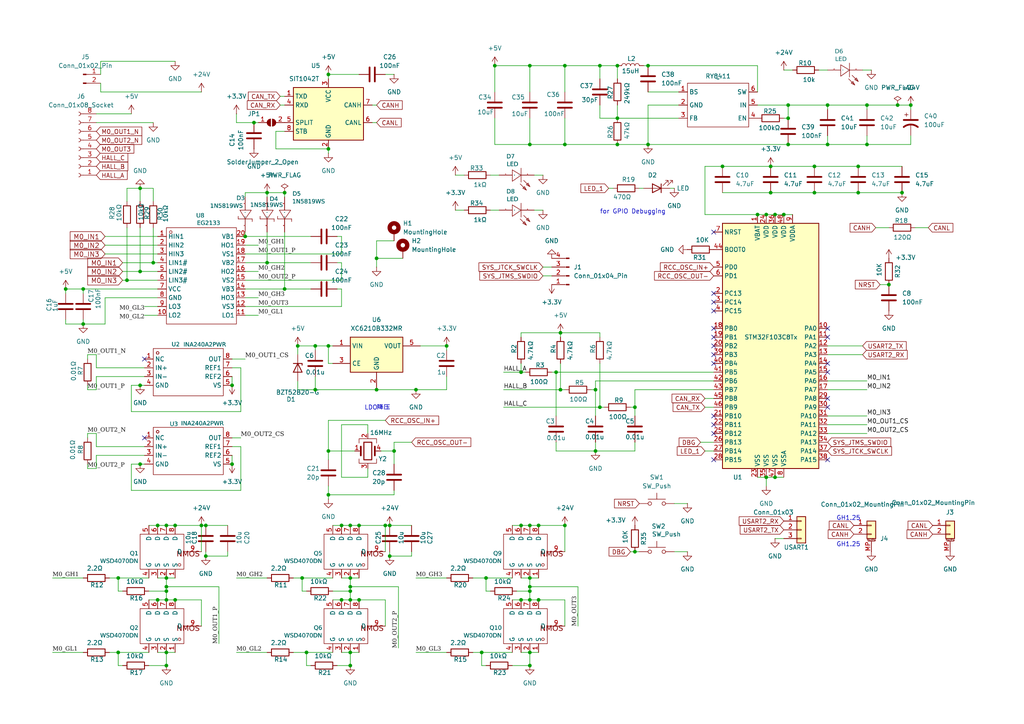
<source format=kicad_sch>
(kicad_sch (version 20231120) (generator "eeschema") (generator_version "8.0")
  (paper "A4")
  (title_block (title "Dribbler FOC Driver") (date "2025-03-30") (rev "1.0.3") (company "First Order SSL 25") (comment 1 "Designed by Jonas Z."))
  (lib_symbols
    (symbol "+3.3V_1" (power) (pin_numbers hide) (pin_names (offset 0) hide)
      (property "Value" "+3.3V" (at 0 3.556 0))
      (symbol "+3.3V_1_1_1"
        (pin power_in line (at 0 0 90) (length 0) (name "~") (number "1"))
      )
    )
    (symbol "+3.3V_2" (power) (pin_numbers hide) (pin_names (offset 0) hide)
      (property "Value" "+3.3V" (at 0 3.556 0))
      (symbol "+3.3V_2_1_1"
        (pin power_in line (at 0 0 90) (length 0) (name "~") (number "1"))
      )
    )
    (symbol "+3.3V_3" (power) (pin_numbers hide) (pin_names (offset 0) hide)
      (property "Value" "+3.3V" (at 0 3.556 0))
      (symbol "+3.3V_3_1_1"
        (pin power_in line (at 0 0 90) (length 0) (name "~") (number "1"))
      )
    )
    (symbol "+3.3V_4" (power) (pin_numbers hide) (pin_names (offset 0) hide)
      (property "Value" "+3.3V" (at 0 3.556 0))
      (symbol "+3.3V_4_1_1"
        (pin power_in line (at 0 0 90) (length 0) (name "~") (number "1"))
      )
    )
    (symbol "+3.3V_6" (power) (pin_numbers hide) (pin_names (offset 0) hide)
      (property "Value" "+3.3V" (at 0 3.556 0))
      (symbol "+3.3V_6_1_1"
        (pin power_in line (at 0 0 90) (length 0) (name "~") (number "1"))
      )
    )
    (symbol "+3.3V_7" (power) (pin_numbers hide) (pin_names (offset 0) hide)
      (property "Value" "+3.3V" (at 0 3.556 0))
      (symbol "+3.3V_7_1_1"
        (pin power_in line (at 0 0 90) (length 0) (name "~") (number "1"))
      )
    )
    (symbol "+3.3V_8" (power) (pin_numbers hide) (pin_names (offset 0) hide)
      (property "Value" "+3.3V" (at 0 3.556 0))
      (symbol "+3.3V_8_1_1"
        (pin power_in line (at 0 0 90) (length 0) (name "~") (number "1"))
      )
    )
    (symbol "Connector:Conn_01x02_Pin" (pin_names (offset 1.016) hide)
      (property "Reference" "J" (at 0 2.54 0))
      (property "Value" "Conn_01x02_Pin" (at 0 -5.08 0))
      (symbol "Conn_01x02_Pin_1_1"
        (pin passive line (at 5.08 0 180) (length 3.81) (name "Pin_1") (number "1"))
        (pin passive line (at 5.08 -2.54 180) (length 3.81) (name "Pin_2") (number "2"))
      )
    )
    (symbol "Connector:Conn_01x04_Pin" (pin_names (offset 1.016) hide)
      (property "Reference" "J" (at 0 5.08 0))
      (property "Value" "Conn_01x04_Pin" (at 0 -7.62 0))
      (symbol "Conn_01x04_Pin_1_1"
        (pin passive line (at 5.08 2.54 180) (length 3.81) (name "Pin_1") (number "1"))
        (pin passive line (at 5.08 0 180) (length 3.81) (name "Pin_2") (number "2"))
        (pin passive line (at 5.08 -2.54 180) (length 3.81) (name "Pin_3") (number "3"))
        (pin passive line (at 5.08 -5.08 180) (length 3.81) (name "Pin_4") (number "4"))
      )
    )
    (symbol "Connector:Conn_01x08_Socket" (pin_names (offset 1.016) hide)
      (property "Reference" "J" (at 0 10.16 0))
      (property "Value" "Conn_01x08_Socket" (at 0 -12.7 0))
      (symbol "Conn_01x08_Socket_1_1"
        (pin passive line (at -5.08 7.62 0) (length 3.81) (name "Pin_1") (number "1"))
        (pin passive line (at -5.08 5.08 0) (length 3.81) (name "Pin_2") (number "2"))
        (pin passive line (at -5.08 2.54 0) (length 3.81) (name "Pin_3") (number "3"))
        (pin passive line (at -5.08 0 0) (length 3.81) (name "Pin_4") (number "4"))
        (pin passive line (at -5.08 -2.54 0) (length 3.81) (name "Pin_5") (number "5"))
        (pin passive line (at -5.08 -5.08 0) (length 3.81) (name "Pin_6") (number "6"))
        (pin passive line (at -5.08 -7.62 0) (length 3.81) (name "Pin_7") (number "7"))
        (pin passive line (at -5.08 -10.16 0) (length 3.81) (name "Pin_8") (number "8"))
      )
    )
    (symbol "Connector_Generic:Conn_01x03" (pin_names (offset 1.016) hide)
      (property "Reference" "J" (at 0 5.08 0))
      (property "Value" "Conn_01x03" (at 0 -5.08 0))
      (symbol "Conn_01x03_1_1"
        (pin passive line (at -5.08 2.54 0) (length 3.81) (name "Pin_1") (number "1"))
        (pin passive line (at -5.08 0 0) (length 3.81) (name "Pin_2") (number "2"))
        (pin passive line (at -5.08 -2.54 0) (length 3.81) (name "Pin_3") (number "3"))
      )
    )
    (symbol "Connector_Generic_MountingPin:Conn_01x02_MountingPin" (pin_names (offset 1.016) hide)
      (property "Reference" "J" (at 0 2.54 0))
      (property "Value" "Conn_01x02_MountingPin" (at 1.27 -5.08 0))
      (symbol "Conn_01x02_MountingPin_1_1"
        (text "Mounting" (at 0 -4.191 0) (effects (font (size 0.381 0.381))))
        (pin passive line (at -5.08 0 0) (length 3.81) (name "Pin_1") (number "1"))
        (pin passive line (at -5.08 -2.54 0) (length 3.81) (name "Pin_2") (number "2"))
        (pin passive line (at 0 -7.62 90) (length 3.048) (name "MountPin") (number "MP"))
      )
    )
    (symbol "Converter_DCDC:RY8411"
      (property "Reference" "RY8411" (at 0.254 8.128 0))
      (symbol "RY8411_1_1"
        (pin input line (at -11.43 3.81 0) (length 2.54) (name "BS") (number "1"))
        (pin input line (at -11.43 0 0) (length 2.54) (name "GND") (number "2"))
        (pin output line (at -11.43 -3.81 0) (length 2.54) (name "FB") (number "3"))
        (pin input line (at 11.43 -3.81 180) (length 2.54) (name "EN") (number "4"))
        (pin input line (at 11.43 0 180) (length 2.54) (name "IN") (number "5"))
        (pin output line (at 11.43 3.81 180) (length 2.54) (name "SW") (number "6"))
      )
    )
    (symbol "Device:C" (pin_numbers hide) (pin_names (offset 0.254))
      (property "Reference" "C" (at 0.635 2.54 0))
      (property "Value" "C" (at 0.635 -2.54 0))
      (symbol "C_1_1"
        (pin passive line (at 0 3.81 270) (length 2.794) (name "~") (number "1"))
        (pin passive line (at 0 -3.81 90) (length 2.794) (name "~") (number "2"))
      )
    )
    (symbol "Device:C_Polarized_US" (pin_numbers hide) (pin_names (offset 0.254) hide)
      (property "Reference" "C" (at 0.635 2.54 0))
      (property "Value" "C_Polarized_US" (at 0.635 -2.54 0))
      (symbol "C_Polarized_US_1_1"
        (pin passive line (at 0 3.81 270) (length 2.794) (name "~") (number "1"))
        (pin passive line (at 0 -3.81 90) (length 3.302) (name "~") (number "2"))
      )
    )
    (symbol "Device:Crystal_GND23" (pin_names (offset 1.016) hide)
      (property "Reference" "Y" (at 3.175 5.08 0))
      (property "Value" "Crystal_GND23" (at 3.175 3.175 0))
      (symbol "Crystal_GND23_1_1"
        (pin passive line (at -3.81 0 0) (length 1.27) (name "1") (number "1"))
        (pin passive line (at 0 5.08 270) (length 1.27) (name "2") (number "2"))
        (pin passive line (at 0 -5.08 90) (length 1.27) (name "3") (number "3"))
        (pin passive line (at 3.81 0 180) (length 1.27) (name "4") (number "4"))
      )
    )
    (symbol "Device:L" (pin_numbers hide) (pin_names (offset 1.016) hide)
      (property "Reference" "L" (at -1.27 0 90))
      (property "Value" "L" (at 1.905 0 90))
      (symbol "L_1_1"
        (pin passive line (at 0 3.81 270) (length 1.27) (name "1") (number "1"))
        (pin passive line (at 0 -3.81 90) (length 1.27) (name "2") (number "2"))
      )
    )
    (symbol "Device:LED" (pin_numbers hide) (pin_names (offset 1.016) hide)
      (property "Reference" "D" (at 0 2.54 0))
      (property "Value" "LED" (at 0 -2.54 0))
      (symbol "LED_1_1"
        (pin passive line (at -3.81 0 0) (length 2.54) (name "K") (number "1"))
        (pin passive line (at 3.81 0 180) (length 2.54) (name "A") (number "2"))
      )
    )
    (symbol "Device:R" (pin_numbers hide) (pin_names (offset 0))
      (property "Reference" "R" (at 2.032 0 90))
      (property "Value" "R" (at 0 0 90))
      (symbol "R_1_1"
        (pin passive line (at 0 3.81 270) (length 1.27) (name "~") (number "1"))
        (pin passive line (at 0 -3.81 90) (length 1.27) (name "~") (number "2"))
      )
    )
    (symbol "Diode:BZT52Bxx" (pin_numbers hide) (pin_names hide)
      (property "Reference" "D" (at 0 2.54 0))
      (property "Value" "BZT52Bxx" (at 0 -2.54 0))
      (symbol "BZT52Bxx_1_1"
        (pin passive line (at -3.81 0 0) (length 2.54) (name "K") (number "1"))
        (pin passive line (at 3.81 0 180) (length 2.54) (name "A") (number "2"))
      )
    )
    (symbol "GND_1" (power) (pin_numbers hide) (pin_names (offset 0) hide)
      (property "Value" "GND" (at 0 -3.81 0))
      (symbol "GND_1_1_1"
        (pin power_in line (at 0 0 270) (length 0) (name "~") (number "1"))
      )
    )
    (symbol "GND_10" (power) (pin_numbers hide) (pin_names (offset 0) hide)
      (property "Value" "GND" (at 0 -3.81 0))
      (symbol "GND_10_1_1"
        (pin power_in line (at 0 0 270) (length 0) (name "~") (number "1"))
      )
    )
    (symbol "GND_11" (power) (pin_numbers hide) (pin_names (offset 0) hide)
      (property "Value" "GND" (at 0 -3.81 0))
      (symbol "GND_11_1_1"
        (pin power_in line (at 0 0 270) (length 0) (name "~") (number "1"))
      )
    )
    (symbol "GND_12" (power) (pin_numbers hide) (pin_names (offset 0) hide)
      (property "Value" "GND" (at 0 -3.81 0))
      (symbol "GND_12_1_1"
        (pin power_in line (at 0 0 270) (length 0) (name "~") (number "1"))
      )
    )
    (symbol "GND_13" (power) (pin_numbers hide) (pin_names (offset 0) hide)
      (property "Value" "GND" (at 0 -3.81 0))
      (symbol "GND_13_1_1"
        (pin power_in line (at 0 0 270) (length 0) (name "~") (number "1"))
      )
    )
    (symbol "GND_14" (power) (pin_numbers hide) (pin_names (offset 0) hide)
      (property "Value" "GND" (at 0 -3.81 0))
      (symbol "GND_14_1_1"
        (pin power_in line (at 0 0 270) (length 0) (name "~") (number "1"))
      )
    )
    (symbol "GND_15" (power) (pin_numbers hide) (pin_names (offset 0) hide)
      (property "Value" "GND" (at 0 -3.81 0))
      (symbol "GND_15_1_1"
        (pin power_in line (at 0 0 270) (length 0) (name "~") (number "1"))
      )
    )
    (symbol "GND_16" (power) (pin_numbers hide) (pin_names (offset 0) hide)
      (property "Value" "GND" (at 0 -3.81 0))
      (symbol "GND_16_1_1"
        (pin power_in line (at 0 0 270) (length 0) (name "~") (number "1"))
      )
    )
    (symbol "GND_17" (power) (pin_numbers hide) (pin_names (offset 0) hide)
      (property "Value" "GND" (at 0 -3.81 0))
      (symbol "GND_17_1_1"
        (pin power_in line (at 0 0 270) (length 0) (name "~") (number "1"))
      )
    )
    (symbol "GND_18" (power) (pin_numbers hide) (pin_names (offset 0) hide)
      (property "Value" "GND" (at 0 -3.81 0))
      (symbol "GND_18_1_1"
        (pin power_in line (at 0 0 270) (length 0) (name "~") (number "1"))
      )
    )
    (symbol "GND_19" (power) (pin_numbers hide) (pin_names (offset 0) hide)
      (property "Value" "GND" (at 0 -3.81 0))
      (symbol "GND_19_1_1"
        (pin power_in line (at 0 0 270) (length 0) (name "~") (number "1"))
      )
    )
    (symbol "GND_2" (power) (pin_numbers hide) (pin_names (offset 0) hide)
      (property "Value" "GND" (at 0 -3.81 0))
      (symbol "GND_2_1_1"
        (pin power_in line (at 0 0 270) (length 0) (name "~") (number "1"))
      )
    )
    (symbol "GND_20" (power) (pin_numbers hide) (pin_names (offset 0) hide)
      (property "Value" "GND" (at 0 -3.81 0))
      (symbol "GND_20_1_1"
        (pin power_in line (at 0 0 270) (length 0) (name "~") (number "1"))
      )
    )
    (symbol "GND_22" (power) (pin_numbers hide) (pin_names (offset 0) hide)
      (property "Value" "GND" (at 0 -3.81 0))
      (symbol "GND_22_1_1"
        (pin power_in line (at 0 0 270) (length 0) (name "~") (number "1"))
      )
    )
    (symbol "GND_23" (power) (pin_numbers hide) (pin_names (offset 0) hide)
      (property "Value" "GND" (at 0 -3.81 0))
      (symbol "GND_23_1_1"
        (pin power_in line (at 0 0 270) (length 0) (name "~") (number "1"))
      )
    )
    (symbol "GND_24" (power) (pin_numbers hide) (pin_names (offset 0) hide)
      (property "Value" "GND" (at 0 -3.81 0))
      (symbol "GND_24_1_1"
        (pin power_in line (at 0 0 270) (length 0) (name "~") (number "1"))
      )
    )
    (symbol "GND_25" (power) (pin_numbers hide) (pin_names (offset 0) hide)
      (property "Value" "GND" (at 0 -3.81 0))
      (symbol "GND_25_1_1"
        (pin power_in line (at 0 0 270) (length 0) (name "~") (number "1"))
      )
    )
    (symbol "GND_26" (power) (pin_numbers hide) (pin_names (offset 0) hide)
      (property "Value" "GND" (at 0 -3.81 0))
      (symbol "GND_26_1_1"
        (pin power_in line (at 0 0 270) (length 0) (name "~") (number "1"))
      )
    )
    (symbol "GND_27" (power) (pin_numbers hide) (pin_names (offset 0) hide)
      (property "Value" "GND" (at 0 -3.81 0))
      (symbol "GND_27_1_1"
        (pin power_in line (at 0 0 270) (length 0) (name "~") (number "1"))
      )
    )
    (symbol "GND_28" (power) (pin_numbers hide) (pin_names (offset 0) hide)
      (property "Value" "GND" (at 0 -3.81 0))
      (symbol "GND_28_1_1"
        (pin power_in line (at 0 0 270) (length 0) (name "~") (number "1"))
      )
    )
    (symbol "GND_29" (power) (pin_numbers hide) (pin_names (offset 0) hide)
      (property "Value" "GND" (at 0 -3.81 0))
      (symbol "GND_29_1_1"
        (pin power_in line (at 0 0 270) (length 0) (name "~") (number "1"))
      )
    )
    (symbol "GND_3" (power) (pin_numbers hide) (pin_names (offset 0) hide)
      (property "Value" "GND" (at 0 -3.81 0))
      (symbol "GND_3_1_1"
        (pin power_in line (at 0 0 270) (length 0) (name "~") (number "1"))
      )
    )
    (symbol "GND_30" (power) (pin_numbers hide) (pin_names (offset 0) hide)
      (property "Value" "GND" (at 0 -3.81 0))
      (symbol "GND_30_1_1"
        (pin power_in line (at 0 0 270) (length 0) (name "~") (number "1"))
      )
    )
    (symbol "GND_4" (power) (pin_numbers hide) (pin_names (offset 0) hide)
      (property "Value" "GND" (at 0 -3.81 0))
      (symbol "GND_4_1_1"
        (pin power_in line (at 0 0 270) (length 0) (name "~") (number "1"))
      )
    )
    (symbol "GND_6" (power) (pin_numbers hide) (pin_names (offset 0) hide)
      (property "Value" "GND" (at 0 -3.81 0))
      (symbol "GND_6_1_1"
        (pin power_in line (at 0 0 270) (length 0) (name "~") (number "1"))
      )
    )
    (symbol "GND_7" (power) (pin_numbers hide) (pin_names (offset 0) hide)
      (property "Value" "GND" (at 0 -3.81 0))
      (symbol "GND_7_1_1"
        (pin power_in line (at 0 0 270) (length 0) (name "~") (number "1"))
      )
    )
    (symbol "GND_8" (power) (pin_numbers hide) (pin_names (offset 0) hide)
      (property "Value" "GND" (at 0 -3.81 0))
      (symbol "GND_8_1_1"
        (pin power_in line (at 0 0 270) (length 0) (name "~") (number "1"))
      )
    )
    (symbol "GND_9" (power) (pin_numbers hide) (pin_names (offset 0) hide)
      (property "Value" "GND" (at 0 -3.81 0))
      (symbol "GND_9_1_1"
        (pin power_in line (at 0 0 270) (length 0) (name "~") (number "1"))
      )
    )
    (symbol "Interface_CAN_LIN:TCAN334"
      (property "Reference" "U4" (at -5.08 13.97 0))
      (property "Value" "SIT3051ESA" (at -13.97 11.43 0))
      (symbol "TCAN334_1_1"
        (pin input line (at -12.7 5.08 0) (length 2.54) (name "TXD") (number "1"))
        (pin power_in line (at 0 -10.16 90) (length 2.54) (name "GND") (number "2"))
        (pin power_in line (at 0 10.16 270) (length 2.54) (name "VCC") (number "3"))
        (pin tri_state line (at -12.7 2.54 0) (length 2.54) (name "RXD") (number "4"))
        (pin input line (at -12.7 -2.54 0) (length 2.54) (name "SPLIT") (number "5"))
        (pin bidirectional line (at 12.7 -2.54 180) (length 2.54) (name "CANL") (number "6"))
        (pin bidirectional line (at 12.7 2.54 180) (length 2.54) (name "CANH") (number "7"))
        (pin input line (at -12.7 -5.08 0) (length 2.54) (name "STB") (number "8"))
      )
    )
    (symbol "Jumper:SolderJumper_2_Open" (pin_names (offset 0) hide)
      (property "Reference" "JP" (at 0 2.032 0))
      (property "Value" "SolderJumper_2_Open" (at 0 -2.54 0))
      (symbol "SolderJumper_2_Open_1_1"
        (pin passive line (at -3.81 0 0) (length 2.54) (name "A") (number "1"))
        (pin passive line (at 3.81 0 180) (length 2.54) (name "B") (number "2"))
      )
    )
    (symbol "MCU_ST_STM32F1:STM32F103C8Tx"
      (property "Reference" "U" (at -15.24 36.83 0))
      (property "Value" "STM32F103C8Tx" (at 7.62 36.83 0))
      (symbol "STM32F103C8Tx_1_1"
        (pin power_in line (at -5.08 38.1 270) (length 2.54) (name "VBAT") (number "1"))
        (pin bidirectional line (at 15.24 5.08 180) (length 2.54) (name "PA0") (number "10"))
        (pin bidirectional line (at 15.24 2.54 180) (length 2.54) (name "PA1") (number "11"))
        (pin bidirectional line (at 15.24 0 180) (length 2.54) (name "PA2") (number "12"))
        (pin bidirectional line (at 15.24 -2.54 180) (length 2.54) (name "PA3") (number "13"))
        (pin bidirectional line (at 15.24 -5.08 180) (length 2.54) (name "PA4") (number "14"))
        (pin bidirectional line (at 15.24 -7.62 180) (length 2.54) (name "PA5") (number "15"))
        (pin bidirectional line (at 15.24 -10.16 180) (length 2.54) (name "PA6") (number "16"))
        (pin bidirectional line (at 15.24 -12.7 180) (length 2.54) (name "PA7") (number "17"))
        (pin bidirectional line (at -17.78 5.08 0) (length 2.54) (name "PB0") (number "18"))
        (pin bidirectional line (at -17.78 2.54 0) (length 2.54) (name "PB1") (number "19"))
        (pin bidirectional line (at -17.78 15.24 0) (length 2.54) (name "PC13") (number "2"))
        (pin bidirectional line (at -17.78 0 0) (length 2.54) (name "PB2") (number "20"))
        (pin bidirectional line (at -17.78 -20.32 0) (length 2.54) (name "PB10") (number "21"))
        (pin bidirectional line (at -17.78 -22.86 0) (length 2.54) (name "PB11") (number "22"))
        (pin power_in line (at -5.08 -38.1 90) (length 2.54) (name "VSS") (number "23"))
        (pin power_in line (at -2.54 38.1 270) (length 2.54) (name "VDD") (number "24"))
        (pin bidirectional line (at -17.78 -25.4 0) (length 2.54) (name "PB12") (number "25"))
        (pin bidirectional line (at -17.78 -27.94 0) (length 2.54) (name "PB13") (number "26"))
        (pin bidirectional line (at -17.78 -30.48 0) (length 2.54) (name "PB14") (number "27"))
        (pin bidirectional line (at -17.78 -33.02 0) (length 2.54) (name "PB15") (number "28"))
        (pin bidirectional line (at 15.24 -15.24 180) (length 2.54) (name "PA8") (number "29"))
        (pin bidirectional line (at -17.78 12.7 0) (length 2.54) (name "PC14") (number "3"))
        (pin bidirectional line (at 15.24 -17.78 180) (length 2.54) (name "PA9") (number "30"))
        (pin bidirectional line (at 15.24 -20.32 180) (length 2.54) (name "PA10") (number "31"))
        (pin bidirectional line (at 15.24 -22.86 180) (length 2.54) (name "PA11") (number "32"))
        (pin bidirectional line (at 15.24 -25.4 180) (length 2.54) (name "PA12") (number "33"))
        (pin bidirectional line (at 15.24 -27.94 180) (length 2.54) (name "PA13") (number "34"))
        (pin power_in line (at -2.54 -38.1 90) (length 2.54) (name "VSS") (number "35"))
        (pin power_in line (at 0 38.1 270) (length 2.54) (name "VDD") (number "36"))
        (pin bidirectional line (at 15.24 -30.48 180) (length 2.54) (name "PA14") (number "37"))
        (pin bidirectional line (at 15.24 -33.02 180) (length 2.54) (name "PA15") (number "38"))
        (pin bidirectional line (at -17.78 -2.54 0) (length 2.54) (name "PB3") (number "39"))
        (pin bidirectional line (at -17.78 10.16 0) (length 2.54) (name "PC15") (number "4"))
        (pin bidirectional line (at -17.78 -5.08 0) (length 2.54) (name "PB4") (number "40"))
        (pin bidirectional line (at -17.78 -7.62 0) (length 2.54) (name "PB5") (number "41"))
        (pin bidirectional line (at -17.78 -10.16 0) (length 2.54) (name "PB6") (number "42"))
        (pin bidirectional line (at -17.78 -12.7 0) (length 2.54) (name "PB7") (number "43"))
        (pin input line (at -17.78 27.94 0) (length 2.54) (name "BOOT0") (number "44"))
        (pin bidirectional line (at -17.78 -15.24 0) (length 2.54) (name "PB8") (number "45"))
        (pin bidirectional line (at -17.78 -17.78 0) (length 2.54) (name "PB9") (number "46"))
        (pin power_in line (at 0 -38.1 90) (length 2.54) (name "VSS") (number "47"))
        (pin power_in line (at 2.54 38.1 270) (length 2.54) (name "VDD") (number "48"))
        (pin input line (at -17.78 22.86 0) (length 2.54) (name "PD0") (number "5"))
        (pin input line (at -17.78 20.32 0) (length 2.54) (name "PD1") (number "6"))
        (pin input line (at -17.78 33.02 0) (length 2.54) (name "NRST") (number "7"))
        (pin power_in line (at 2.54 -38.1 90) (length 2.54) (name "VSSA") (number "8"))
        (pin power_in line (at 5.08 38.1 270) (length 2.54) (name "VDDA") (number "9"))
      )
    )
    (symbol "Mechanical:MountingHole_Pad" (pin_numbers hide) (pin_names (offset 1.016) hide) (exclude_from_sim yes) (in_bom no)
      (property "Reference" "H" (at 0 6.35 0))
      (property "Value" "MountingHole_Pad" (at 0 4.445 0))
      (symbol "MountingHole_Pad_1_1"
        (pin input line (at 0 -2.54 90) (length 2.54) (name "1") (number "1"))
      )
    )
    (symbol "Regulator_Linear:XC6210B332MR"
      (property "Reference" "U" (at 0 8.89 0))
      (property "Value" "XC6210B332MR" (at 0 6.35 0))
      (symbol "XC6210B332MR_1_1"
        (pin power_in line (at -12.7 2.54 0) (length 5.08) (name "VIN") (number "1"))
        (pin power_in line (at 0 -10.16 90) (length 5.08) (name "GND") (number "2"))
        (pin input line (at -12.7 -2.54 0) (length 5.08) (name "CE") (number "3"))
        (pin no_connect line (at 7.62 -2.54 180) (length 5.08) hide (name "NC") (number "4"))
        (pin power_out line (at 12.7 2.54 180) (length 5.08) (name "VOUT") (number "5"))
      )
    )
    (symbol "SCH_DengFO-easyedapro:17-21SUYC/TR8"
      (property "Reference" "LED" (at 0 0 0))
      (symbol "17-21SUYC/TR8_1_0"
        (pin input line (at -5.08 0 0) (length 3.81) (name "-") (number "1"))
        (pin input line (at 5.08 0 180) (length 3.81) (name "+") (number "2"))
      )
    )
    (symbol "SCH_DengFO-easyedapro:1N5819WS"
      (property "Reference" "D" (at 0 0 0))
      (symbol "1N5819WS_1_0"
        (pin input line (at -5.08 0 0) (length 3.81) (name "C") (number "1"))
        (pin input line (at 5.08 0 180) (length 3.81) (name "A") (number "2"))
      )
    )
    (symbol "SCH_DengFO-easyedapro:EG2133"
      (property "Reference" "U" (at 0 0 0))
      (symbol "EG2133_1_0"
        (pin input line (at -12.7 11.43 0) (length 2.54) (name "HIN1") (number "1"))
        (pin input line (at -12.7 -11.43 0) (length 2.54) (name "LO2") (number "10"))
        (pin input line (at 12.7 -11.43 180) (length 2.54) (name "LO1") (number "11"))
        (pin input line (at 12.7 -8.89 180) (length 2.54) (name "VS3") (number "12"))
        (pin input line (at 12.7 -6.35 180) (length 2.54) (name "HO3") (number "13"))
        (pin input line (at 12.7 -3.81 180) (length 2.54) (name "VB3") (number "14"))
        (pin input line (at 12.7 -1.27 180) (length 2.54) (name "VS2") (number "15"))
        (pin input line (at 12.7 1.27 180) (length 2.54) (name "HO2") (number "16"))
        (pin input line (at 12.7 3.81 180) (length 2.54) (name "VB2") (number "17"))
        (pin input line (at 12.7 6.35 180) (length 2.54) (name "VS1") (number "18"))
        (pin input line (at 12.7 8.89 180) (length 2.54) (name "HO1") (number "19"))
        (pin input line (at -12.7 8.89 0) (length 2.54) (name "HIN2") (number "2"))
        (pin input line (at 12.7 11.43 180) (length 2.54) (name "VB1") (number "20"))
        (pin input line (at -12.7 6.35 0) (length 2.54) (name "HIN3") (number "3"))
        (pin input line (at -12.7 3.81 0) (length 2.54) (name "LIN1#") (number "4"))
        (pin input line (at -12.7 1.27 0) (length 2.54) (name "LIN2#") (number "5"))
        (pin input line (at -12.7 -1.27 0) (length 2.54) (name "LIN3#") (number "6"))
        (pin input line (at -12.7 -3.81 0) (length 2.54) (name "VCC") (number "7"))
        (pin input line (at -12.7 -6.35 0) (length 2.54) (name "GND") (number "8"))
        (pin input line (at -12.7 -8.89 0) (length 2.54) (name "LO3") (number "9"))
      )
    )
    (symbol "SCH_DengFO-easyedapro:INA240A2PWR"
      (property "Reference" "U" (at 0 0 0))
      (symbol "INA240A2PWR_1_0"
        (pin input line (at -12.7 3.81 0) (length 2.54) (name "NC") (number "1"))
        (pin input line (at -12.7 1.27 0) (length 2.54) (name "IN+") (number "2"))
        (pin input line (at -12.7 -1.27 0) (length 2.54) (name "IN-") (number "3"))
        (pin input line (at -12.7 -3.81 0) (length 2.54) (name "GND") (number "4"))
        (pin input line (at 12.7 -3.81 180) (length 2.54) (name "VS") (number "5"))
        (pin input line (at 12.7 -1.27 180) (length 2.54) (name "REF2") (number "6"))
        (pin input line (at 12.7 1.27 180) (length 2.54) (name "REF1") (number "7"))
        (pin input line (at 12.7 3.81 180) (length 2.54) (name "OUT") (number "8"))
      )
    )
    (symbol "SCH_DengFO-easyedapro:WSD4070DN"
      (property "Reference" "Q" (at 0 0 0))
      (symbol "WSD4070DN_1_0"
        (text "NMOS" (at -1.6256 -2.9718 2700) (effects (font (size 1.5748 1.5748)) (justify right bottom)))
        (pin input line (at -7.62 -2.54 0) (length 2.54) (name "S") (number "1"))
        (pin input line (at -7.62 0 0) (length 2.54) (name "S") (number "2"))
        (pin input line (at -7.62 2.54 0) (length 2.54) (name "S") (number "3"))
        (pin input line (at -7.62 5.08 0) (length 2.54) (name "G") (number "4"))
        (pin input line (at 7.62 5.08 180) (length 2.54) (name "D") (number "5"))
        (pin input line (at 7.62 2.54 180) (length 2.54) (name "D") (number "6"))
        (pin input line (at 7.62 0 180) (length 2.54) (name "D") (number "7"))
        (pin input line (at 7.62 -2.54 180) (length 2.54) (name "D") (number "8"))
        (pin input line (at 0 -10.16 90) (length 5.08) (name "D") (number "9"))
      )
    )
    (symbol "Switch:SW_Push" (pin_numbers hide) (pin_names (offset 1.016) hide)
      (property "Reference" "SW" (at 1.27 2.54 0))
      (property "Value" "SW_Push" (at 0 -1.524 0))
      (symbol "SW_Push_0_1"
        (pin passive line (at -5.08 0 0) (length 2.54) (name "1") (number "1"))
        (pin passive line (at 5.08 0 180) (length 2.54) (name "2") (number "2"))
      )
    )
    (symbol "power:+24V" (power) (pin_numbers hide) (pin_names (offset 0) hide)
      (property "Value" "+24V" (at 0 3.556 0))
      (symbol "+24V_1_1"
        (pin power_in line (at 0 0 90) (length 0) (name "~") (number "1"))
      )
    )
    (symbol "power:+3.3V" (power) (pin_numbers hide) (pin_names (offset 0) hide)
      (property "Value" "+3.3V" (at 0 3.556 0))
      (symbol "+3.3V_1_1"
        (pin power_in line (at 0 0 90) (length 0) (name "~") (number "1"))
      )
    )
    (symbol "power:+5V" (power) (pin_numbers hide) (pin_names (offset 0) hide)
      (property "Value" "+5V" (at 0 3.556 0))
      (symbol "+5V_1_1"
        (pin power_in line (at 0 0 90) (length 0) (name "~") (number "1"))
      )
    )
    (symbol "power:GND" (power) (pin_numbers hide) (pin_names (offset 0) hide)
      (property "Value" "GND" (at 0 -3.81 0))
      (symbol "GND_1_1"
        (pin power_in line (at 0 0 270) (length 0) (name "~") (number "1"))
      )
    )
    (symbol "power:PWR_FLAG" (power) (pin_numbers hide) (pin_names (offset 0) hide)
      (property "Value" "PWR_FLAG" (at 0 3.81 0))
      (symbol "PWR_FLAG_0_0"
        (pin power_out line (at 0 0 90) (length 0) (name "~") (number "1"))
      )
    )
  )
  (junction (at 153.67 193.04))
  (junction (at 219.71 62.23))
  (junction (at 179.07 41.91))
  (junction (at 179.07 34.29))
  (junction (at 172.72 130.81))
  (junction (at 224.79 62.23))
  (junction (at 153.67 152.4))
  (junction (at 48.26 171.45))
  (junction (at 223.52 55.88))
  (junction (at 91.44 100.33))
  (junction (at 153.67 19.05))
  (junction (at 163.83 152.4))
  (junction (at 104.14 152.4))
  (junction (at 34.29 189.23))
  (junction (at 48.26 170.18))
  (junction (at 153.67 170.18))
  (junction (at 173.99 118.11))
  (junction (at 95.25 143.51))
  (junction (at 236.22 48.26))
  (junction (at 45.72 152.4))
  (junction (at 48.26 152.4))
  (junction (at 184.15 160.02))
  (junction (at 44.45 76.2))
  (junction (at 101.6 189.23))
  (junction (at 139.7 189.23))
  (junction (at 48.26 193.04))
  (junction (at 113.03 161.29))
  (junction (at 227.33 62.23))
  (junction (at 95.25 21.59))
  (junction (at 40.64 54.61))
  (junction (at 86.36 100.33))
  (junction (at 179.07 19.05))
  (junction (at 104.14 173.99))
  (junction (at 95.25 100.33))
  (junction (at 82.55 83.82))
  (junction (at 58.42 152.4))
  (junction (at 67.31 134.62))
  (junction (at 50.8 173.99))
  (junction (at 34.29 167.64))
  (junction (at 162.56 113.03))
  (junction (at 156.21 152.4))
  (junction (at 172.72 113.03))
  (junction (at 129.54 100.33))
  (junction (at 88.9 189.23))
  (junction (at 163.83 19.05))
  (junction (at 114.3 130.81))
  (junction (at 59.69 161.29))
  (junction (at 50.8 152.4))
  (junction (at 261.62 55.88))
  (junction (at 251.46 41.91))
  (junction (at 99.06 173.99))
  (junction (at 120.65 113.03))
  (junction (at 187.96 41.91))
  (junction (at 48.26 189.23))
  (junction (at 45.72 173.99))
  (junction (at 209.55 48.26))
  (junction (at 240.03 30.48))
  (junction (at 222.25 62.23))
  (junction (at 143.51 19.05))
  (junction (at 151.13 107.95))
  (junction (at 187.96 19.05))
  (junction (at 101.6 173.99))
  (junction (at 173.99 19.05))
  (junction (at 91.44 113.03))
  (junction (at 153.67 171.45))
  (junction (at 151.13 152.4))
  (junction (at 248.92 48.26))
  (junction (at 99.06 152.4))
  (junction (at 73.66 35.56))
  (junction (at 77.47 55.88))
  (junction (at 248.92 55.88))
  (junction (at 40.64 111.76))
  (junction (at 48.26 173.99))
  (junction (at 59.69 152.4))
  (junction (at 95.25 130.81))
  (junction (at 109.22 74.93))
  (junction (at 153.67 189.23))
  (junction (at 224.79 138.43))
  (junction (at 87.63 167.64))
  (junction (at 40.64 134.62))
  (junction (at 151.13 173.99))
  (junction (at 153.67 173.99))
  (junction (at 140.97 167.64))
  (junction (at 228.6 41.91))
  (junction (at 82.55 55.88))
  (junction (at 161.29 107.95))
  (junction (at 101.6 167.64))
  (junction (at 264.16 30.48))
  (junction (at 101.6 171.45))
  (junction (at 223.52 48.26))
  (junction (at 156.21 173.99))
  (junction (at 109.22 113.03))
  (junction (at 153.67 41.91))
  (junction (at 113.03 152.4))
  (junction (at 101.6 170.18))
  (junction (at 257.81 82.55))
  (junction (at 40.64 78.74))
  (junction (at 222.25 138.43))
  (junction (at 184.15 118.11))
  (junction (at 19.05 83.82))
  (junction (at 24.13 83.82))
  (junction (at 240.03 41.91))
  (junction (at 77.47 76.2))
  (junction (at 48.26 167.64))
  (junction (at 101.6 193.04))
  (junction (at 36.83 81.28))
  (junction (at 228.6 30.48))
  (junction (at 260.35 30.48))
  (junction (at 251.46 30.48))
  (junction (at 236.22 55.88))
  (junction (at 153.67 167.64))
  (junction (at 162.56 96.52))
  (junction (at 67.31 111.76))
  (junction (at 228.6 34.29))
  (junction (at 71.12 68.58))
  (junction (at 101.6 152.4))
  (junction (at 163.83 41.91))
  (junction (at 24.13 93.98))
  (junction (at 95.25 43.18))
  (junction (at 111.76 152.4))
  (no_connect (at 240.03 97.79))
  (no_connect (at 240.03 133.35))
  (no_connect (at 41.91 127))
  (no_connect (at 207.01 105.41))
  (no_connect (at 207.01 97.79))
  (no_connect (at 240.03 107.95))
  (no_connect (at 41.91 104.14))
  (no_connect (at 207.01 102.87))
  (no_connect (at 240.03 115.57))
  (no_connect (at 207.01 85.09))
  (no_connect (at 207.01 100.33))
  (no_connect (at 207.01 90.17))
  (no_connect (at 240.03 118.11))
  (no_connect (at 207.01 87.63))
  (no_connect (at 207.01 125.73))
  (no_connect (at 207.01 120.65))
  (no_connect (at 240.03 95.25))
  (no_connect (at 207.01 133.35))
  (no_connect (at 207.01 67.31))
  (no_connect (at 207.01 123.19))
  (no_connect (at 207.01 95.25))
  (no_connect (at 240.03 105.41))
  (wire (pts (xy 24.13 92.71) (xy 24.13 93.98)))
  (wire (pts (xy 179.07 22.86) (xy 179.07 19.05)))
  (wire (pts (xy 99.06 76.2) (xy 97.79 76.2)))
  (wire (pts (xy 153.67 171.45) (xy 153.67 173.99)))
  (wire (pts (xy 109.22 74.93) (xy 109.22 77.47)))
  (wire (pts (xy 172.72 128.27) (xy 172.72 130.81)))
  (wire (pts (xy 184.15 113.03) (xy 207.01 113.03)))
  (wire (pts (xy 151.13 96.52) (xy 162.56 96.52)))
  (wire (pts (xy 182.88 160.02) (xy 184.15 160.02)))
  (wire (pts (xy 99.06 173.99) (xy 96.52 173.99)))
  (wire (pts (xy 86.36 110.49) (xy 86.36 113.03)))
  (wire (pts (xy 156.21 173.99) (xy 163.83 173.99)))
  (wire (pts (xy 162.56 96.52) (xy 162.56 97.79)))
  (wire (pts (xy 153.67 170.18) (xy 153.67 167.64)))
  (wire (pts (xy 132.08 50.8) (xy 134.62 50.8)))
  (wire (pts (xy 35.56 81.28) (xy 36.83 81.28)))
  (wire (pts (xy 163.83 34.29) (xy 163.83 41.91)))
  (wire (pts (xy 153.67 26.67) (xy 153.67 19.05)))
  (wire (pts (xy 87.63 171.45) (xy 88.9 171.45)))
  (wire (pts (xy 48.26 189.23) (xy 45.72 189.23)))
  (wire (pts (xy 19.05 85.09) (xy 19.05 83.82)))
  (wire (pts (xy 95.25 100.33) (xy 95.25 105.41)))
  (wire (pts (xy 68.58 189.23) (xy 77.47 189.23)))
  (wire (pts (xy 137.16 189.23) (xy 139.7 189.23)))
  (wire (pts (xy 162.56 105.41) (xy 162.56 113.03)))
  (wire (pts (xy 120.65 113.03) (xy 129.54 113.03)))
  (wire (pts (xy 204.47 118.11) (xy 207.01 118.11)))
  (wire (pts (xy 95.25 130.81) (xy 95.25 133.35)))
  (wire (pts (xy 97.79 83.82) (xy 99.06 83.82)))
  (wire (pts (xy 111.76 121.92) (xy 95.25 121.92)))
  (wire (pts (xy 228.6 41.91) (xy 240.03 41.91)))
  (wire (pts (xy 187.96 30.48) (xy 187.96 41.91)))
  (wire (pts (xy 142.24 60.96) (xy 144.78 60.96)))
  (wire (pts (xy 146.05 107.95) (xy 151.13 107.95)))
  (wire (pts (xy 151.13 105.41) (xy 151.13 107.95)))
  (wire (pts (xy 66.04 161.29) (xy 66.04 160.02)))
  (wire (pts (xy 227.33 20.32) (xy 229.87 20.32)))
  (wire (pts (xy 38.1 134.62) (xy 38.1 142.24)))
  (wire (pts (xy 151.13 107.95) (xy 152.4 107.95)))
  (wire (pts (xy 240.03 120.65) (xy 251.46 120.65)))
  (wire (pts (xy 69.85 129.54) (xy 67.31 129.54)))
  (wire (pts (xy 106.68 123.19) (xy 99.06 123.19)))
  (wire (pts (xy 173.99 118.11) (xy 175.26 118.11)))
  (wire (pts (xy 160.02 77.47) (xy 157.48 77.47)))
  (wire (pts (xy 119.38 152.4) (xy 113.03 152.4)))
  (wire (pts (xy 43.18 171.45) (xy 48.26 171.45)))
  (wire (pts (xy 34.29 167.64) (xy 43.18 167.64)))
  (wire (pts (xy 40.64 111.76) (xy 41.91 111.76)))
  (wire (pts (xy 71.12 73.66) (xy 99.06 73.66)))
  (wire (pts (xy 38.1 33.02) (xy 27.94 33.02)))
  (wire (pts (xy 236.22 55.88) (xy 248.92 55.88)))
  (wire (pts (xy 63.5 170.18) (xy 48.26 170.18)))
  (wire (pts (xy 143.51 19.05) (xy 143.51 26.67)))
  (wire (pts (xy 240.03 113.03) (xy 251.46 113.03)))
  (wire (pts (xy 148.59 193.04) (xy 153.67 193.04)))
  (wire (pts (xy 82.55 55.88) (xy 77.47 55.88)))
  (wire (pts (xy 204.47 62.23) (xy 204.47 48.26)))
  (wire (pts (xy 15.24 189.23) (xy 24.13 189.23)))
  (wire (pts (xy 80.01 43.18) (xy 95.25 43.18)))
  (wire (pts (xy 109.22 74.93) (xy 116.84 74.93)))
  (wire (pts (xy 85.09 189.23) (xy 88.9 189.23)))
  (wire (pts (xy 29.21 24.13) (xy 29.21 26.67)))
  (wire (pts (xy 40.64 78.74) (xy 45.72 78.74)))
  (wire (pts (xy 101.6 167.64) (xy 101.6 170.18)))
  (wire (pts (xy 187.96 41.91) (xy 228.6 41.91)))
  (wire (pts (xy 97.79 193.04) (xy 101.6 193.04)))
  (wire (pts (xy 251.46 30.48) (xy 260.35 30.48)))
  (wire (pts (xy 219.71 30.48) (xy 228.6 30.48)))
  (wire (pts (xy 172.72 130.81) (xy 184.15 130.81)))
  (wire (pts (xy 172.72 113.03) (xy 171.45 113.03)))
  (wire (pts (xy 87.63 167.64) (xy 96.52 167.64)))
  (wire (pts (xy 154.94 50.8) (xy 157.48 50.8)))
  (wire (pts (xy 50.8 173.99) (xy 48.26 173.99)))
  (wire (pts (xy 228.6 30.48) (xy 228.6 34.29)))
  (wire (pts (xy 44.45 76.2) (xy 45.72 76.2)))
  (wire (pts (xy 185.42 54.61) (xy 186.69 54.61)))
  (wire (pts (xy 176.53 54.61) (xy 177.8 54.61)))
  (wire (pts (xy 140.97 171.45) (xy 140.97 167.64)))
  (wire (pts (xy 161.29 107.95) (xy 207.01 107.95)))
  (wire (pts (xy 209.55 55.88) (xy 223.52 55.88)))
  (wire (pts (xy 224.79 156.21) (xy 227.33 156.21)))
  (wire (pts (xy 50.8 152.4) (xy 48.26 152.4)))
  (wire (pts (xy 99.06 68.58) (xy 99.06 73.66)))
  (wire (pts (xy 59.69 152.4) (xy 58.42 152.4)))
  (wire (pts (xy 153.67 170.18) (xy 167.64 170.18)))
  (wire (pts (xy 91.44 109.22) (xy 91.44 113.03)))
  (wire (pts (xy 115.57 170.18) (xy 115.57 187.96)))
  (wire (pts (xy 90.17 83.82) (xy 82.55 83.82)))
  (wire (pts (xy 109.22 30.48) (xy 107.95 30.48)))
  (wire (pts (xy 163.83 26.67) (xy 163.83 19.05)))
  (wire (pts (xy 172.72 110.49) (xy 172.72 113.03)))
  (wire (pts (xy 114.3 130.81) (xy 114.3 128.27)))
  (wire (pts (xy 25.4 113.03) (xy 27.94 113.03)))
  (wire (pts (xy 95.25 21.59) (xy 104.14 21.59)))
  (wire (pts (xy 69.85 106.68) (xy 67.31 106.68)))
  (wire (pts (xy 71.12 67.31) (xy 71.12 68.58)))
  (wire (pts (xy 186.69 19.05) (xy 187.96 19.05)))
  (wire (pts (xy 163.83 41.91) (xy 179.07 41.91)))
  (wire (pts (xy 204.47 48.26) (xy 209.55 48.26)))
  (wire (pts (xy 30.48 68.58) (xy 45.72 68.58)))
  (wire (pts (xy 34.29 193.04) (xy 35.56 193.04)))
  (wire (pts (xy 204.47 130.81) (xy 207.01 130.81)))
  (wire (pts (xy 30.48 73.66) (xy 45.72 73.66)))
  (wire (pts (xy 160.02 107.95) (xy 161.29 107.95)))
  (wire (pts (xy 114.3 69.85) (xy 109.22 69.85)))
  (wire (pts (xy 219.71 26.67) (xy 219.71 19.05)))
  (wire (pts (xy 27.94 132.08) (xy 41.91 132.08)))
  (wire (pts (xy 25.4 125.73) (xy 27.94 125.73)))
  (wire (pts (xy 111.76 152.4) (xy 104.14 152.4)))
  (wire (pts (xy 69.85 127) (xy 67.31 127)))
  (wire (pts (xy 68.58 35.56) (xy 73.66 35.56)))
  (wire (pts (xy 204.47 115.57) (xy 207.01 115.57)))
  (wire (pts (xy 25.4 102.87) (xy 25.4 104.14)))
  (wire (pts (xy 114.3 130.81) (xy 114.3 134.62)))
  (wire (pts (xy 77.47 55.88) (xy 71.12 55.88)))
  (wire (pts (xy 151.13 97.79) (xy 151.13 96.52)))
  (wire (pts (xy 29.21 26.67) (xy 58.42 26.67)))
  (wire (pts (xy 95.25 100.33) (xy 96.52 100.33)))
  (wire (pts (xy 19.05 83.82) (xy 24.13 83.82)))
  (wire (pts (xy 71.12 88.9) (xy 99.06 88.9)))
  (wire (pts (xy 27.94 113.03) (xy 27.94 109.22)))
  (wire (pts (xy 172.72 113.03) (xy 172.72 120.65)))
  (wire (pts (xy 161.29 130.81) (xy 172.72 130.81)))
  (wire (pts (xy 29.21 17.78) (xy 50.8 17.78)))
  (wire (pts (xy 146.05 113.03) (xy 162.56 113.03)))
  (wire (pts (xy 142.24 50.8) (xy 144.78 50.8)))
  (wire (pts (xy 30.48 93.98) (xy 30.48 86.36)))
  (wire (pts (xy 77.47 76.2) (xy 71.12 76.2)))
  (wire (pts (xy 222.25 138.43) (xy 224.79 138.43)))
  (wire (pts (xy 73.66 35.56) (xy 74.93 35.56)))
  (wire (pts (xy 240.03 41.91) (xy 251.46 41.91)))
  (wire (pts (xy 182.88 118.11) (xy 184.15 118.11)))
  (wire (pts (xy 113.03 161.29) (xy 113.03 160.02)))
  (wire (pts (xy 173.99 96.52) (xy 173.99 97.79)))
  (wire (pts (xy 48.26 189.23) (xy 48.26 193.04)))
  (wire (pts (xy 179.07 41.91) (xy 187.96 41.91)))
  (wire (pts (xy 121.92 100.33) (xy 129.54 100.33)))
  (wire (pts (xy 27.94 109.22) (xy 41.91 109.22)))
  (wire (pts (xy 257.81 82.55) (xy 255.27 82.55)))
  (wire (pts (xy 140.97 171.45) (xy 142.24 171.45)))
  (wire (pts (xy 236.22 48.26) (xy 248.92 48.26)))
  (wire (pts (xy 106.68 125.73) (xy 106.68 123.19)))
  (wire (pts (xy 50.8 189.23) (xy 48.26 189.23)))
  (wire (pts (xy 148.59 152.4) (xy 151.13 152.4)))
  (wire (pts (xy 86.36 100.33) (xy 91.44 100.33)))
  (wire (pts (xy 82.55 67.31) (xy 82.55 83.82)))
  (wire (pts (xy 27.94 129.54) (xy 41.91 129.54)))
  (wire (pts (xy 222.25 140.97) (xy 222.25 138.43)))
  (wire (pts (xy 101.6 171.45) (xy 101.6 173.99)))
  (wire (pts (xy 199.39 146.05) (xy 195.58 146.05)))
  (wire (pts (xy 129.54 100.33) (xy 129.54 101.6)))
  (wire (pts (xy 114.3 21.59) (xy 111.76 21.59)))
  (wire (pts (xy 45.72 152.4) (xy 43.18 152.4)))
  (wire (pts (xy 146.05 118.11) (xy 173.99 118.11)))
  (wire (pts (xy 101.6 167.64) (xy 99.06 167.64)))
  (wire (pts (xy 251.46 31.75) (xy 251.46 30.48)))
  (wire (pts (xy 199.39 160.02) (xy 195.58 160.02)))
  (wire (pts (xy 219.71 19.05) (xy 187.96 19.05)))
  (wire (pts (xy 227.33 62.23) (xy 229.87 62.23)))
  (wire (pts (xy 240.03 100.33) (xy 250.19 100.33)))
  (wire (pts (xy 240.03 39.37) (xy 240.03 41.91)))
  (wire (pts (xy 184.15 128.27) (xy 184.15 130.81)))
  (wire (pts (xy 227.33 34.29) (xy 228.6 34.29)))
  (wire (pts (xy 179.07 30.48) (xy 179.07 34.29)))
  (wire (pts (xy 173.99 30.48) (xy 173.99 34.29)))
  (wire (pts (xy 240.03 110.49) (xy 251.46 110.49)))
  (wire (pts (xy 30.48 86.36) (xy 45.72 86.36)))
  (wire (pts (xy 219.71 62.23) (xy 222.25 62.23)))
  (wire (pts (xy 19.05 93.98) (xy 19.05 92.71)))
  (wire (pts (xy 99.06 152.4) (xy 96.52 152.4)))
  (wire (pts (xy 96.52 171.45) (xy 101.6 171.45)))
  (wire (pts (xy 88.9 193.04) (xy 88.9 189.23)))
  (wire (pts (xy 140.97 167.64) (xy 148.59 167.64)))
  (wire (pts (xy 240.03 102.87) (xy 250.19 102.87)))
  (wire (pts (xy 36.83 54.61) (xy 40.64 54.61)))
  (wire (pts (xy 88.9 189.23) (xy 96.52 189.23)))
  (wire (pts (xy 223.52 55.88) (xy 236.22 55.88)))
  (wire (pts (xy 71.12 81.28) (xy 99.06 81.28)))
  (wire (pts (xy 45.72 173.99) (xy 43.18 173.99)))
  (wire (pts (xy 184.15 120.65) (xy 184.15 118.11)))
  (wire (pts (xy 38.1 119.38) (xy 69.85 119.38)))
  (wire (pts (xy 120.65 167.64) (xy 129.54 167.64)))
  (wire (pts (xy 101.6 189.23) (xy 101.6 193.04)))
  (wire (pts (xy 104.14 189.23) (xy 101.6 189.23)))
  (wire (pts (xy 67.31 132.08) (xy 67.31 134.62)))
  (wire (pts (xy 35.56 78.74) (xy 40.64 78.74)))
  (wire (pts (xy 48.26 173.99) (xy 45.72 173.99)))
  (wire (pts (xy 58.42 173.99) (xy 50.8 173.99)))
  (wire (pts (xy 129.54 109.22) (xy 129.54 113.03)))
  (wire (pts (xy 104.14 173.99) (xy 101.6 173.99)))
  (wire (pts (xy 240.03 30.48) (xy 251.46 30.48)))
  (wire (pts (xy 143.51 41.91) (xy 153.67 41.91)))
  (wire (pts (xy 143.51 19.05) (xy 153.67 19.05)))
  (wire (pts (xy 99.06 138.43) (xy 106.68 138.43)))
  (wire (pts (xy 30.48 71.12) (xy 45.72 71.12)))
  (wire (pts (xy 38.1 142.24) (xy 69.85 142.24)))
  (wire (pts (xy 260.35 30.48) (xy 264.16 30.48)))
  (wire (pts (xy 248.92 55.88) (xy 261.62 55.88)))
  (wire (pts (xy 120.65 189.23) (xy 129.54 189.23)))
  (wire (pts (xy 224.79 62.23) (xy 227.33 62.23)))
  (wire (pts (xy 59.69 160.02) (xy 59.69 161.29)))
  (wire (pts (xy 153.67 173.99) (xy 156.21 173.99)))
  (wire (pts (xy 67.31 104.14) (xy 71.12 104.14)))
  (wire (pts (xy 97.79 68.58) (xy 99.06 68.58)))
  (wire (pts (xy 148.59 173.99) (xy 151.13 173.99)))
  (wire (pts (xy 58.42 160.02) (xy 58.42 152.4)))
  (wire (pts (xy 172.72 110.49) (xy 207.01 110.49)))
  (wire (pts (xy 101.6 173.99) (xy 99.06 173.99)))
  (wire (pts (xy 153.67 189.23) (xy 156.21 189.23)))
  (wire (pts (xy 95.25 21.59) (xy 95.25 22.86)))
  (wire (pts (xy 91.44 113.03) (xy 109.22 113.03)))
  (wire (pts (xy 74.93 78.74) (xy 71.12 78.74)))
  (wire (pts (xy 153.67 170.18) (xy 153.67 171.45)))
  (wire (pts (xy 184.15 160.02) (xy 185.42 160.02)))
  (wire (pts (xy 153.67 34.29) (xy 153.67 41.91)))
  (wire (pts (xy 264.16 31.75) (xy 264.16 30.48)))
  (wire (pts (xy 81.28 30.48) (xy 82.55 30.48)))
  (wire (pts (xy 209.55 48.26) (xy 223.52 48.26)))
  (wire (pts (xy 71.12 68.58) (xy 90.17 68.58)))
  (wire (pts (xy 80.01 38.1) (xy 80.01 43.18)))
  (wire (pts (xy 149.86 171.45) (xy 153.67 171.45)))
  (wire (pts (xy 151.13 152.4) (xy 153.67 152.4)))
  (wire (pts (xy 224.79 138.43) (xy 227.33 138.43)))
  (wire (pts (xy 237.49 20.32) (xy 240.03 20.32)))
  (wire (pts (xy 139.7 189.23) (xy 148.59 189.23)))
  (wire (pts (xy 27.94 102.87) (xy 27.94 106.68)))
  (wire (pts (xy 254 66.04) (xy 257.81 66.04)))
  (wire (pts (xy 173.99 105.41) (xy 173.99 118.11)))
  (wire (pts (xy 38.1 111.76) (xy 38.1 119.38)))
  (wire (pts (xy 101.6 170.18) (xy 101.6 171.45)))
  (wire (pts (xy 74.93 71.12) (xy 71.12 71.12)))
  (wire (pts (xy 91.44 101.6) (xy 91.44 100.33)))
  (wire (pts (xy 173.99 19.05) (xy 179.07 19.05)))
  (wire (pts (xy 203.2 128.27) (xy 207.01 128.27)))
  (wire (pts (xy 96.52 105.41) (xy 95.25 105.41)))
  (wire (pts (xy 90.17 76.2) (xy 77.47 76.2)))
  (wire (pts (xy 88.9 193.04) (xy 90.17 193.04)))
  (wire (pts (xy 228.6 30.48) (xy 240.03 30.48)))
  (wire (pts (xy 63.5 170.18) (xy 63.5 186.69)))
  (wire (pts (xy 41.91 134.62) (xy 40.64 134.62)))
  (wire (pts (xy 34.29 171.45) (xy 35.56 171.45)))
  (wire (pts (xy 82.55 83.82) (xy 71.12 83.82)))
  (wire (pts (xy 132.08 60.96) (xy 134.62 60.96)))
  (wire (pts (xy 24.13 85.09) (xy 24.13 83.82)))
  (wire (pts (xy 114.3 128.27) (xy 119.38 128.27)))
  (wire (pts (xy 119.38 160.02) (xy 119.38 161.29)))
  (wire (pts (xy 114.3 130.81) (xy 110.49 130.81)))
  (wire (pts (xy 86.36 113.03) (xy 91.44 113.03)))
  (wire (pts (xy 25.4 102.87) (xy 27.94 102.87)))
  (wire (pts (xy 161.29 128.27) (xy 161.29 130.81)))
  (wire (pts (xy 15.24 167.64) (xy 24.13 167.64)))
  (wire (pts (xy 113.03 152.4) (xy 111.76 152.4)))
  (wire (pts (xy 119.38 161.29) (xy 113.03 161.29)))
  (wire (pts (xy 109.22 35.56) (xy 107.95 35.56)))
  (wire (pts (xy 40.64 54.61) (xy 40.64 58.42)))
  (wire (pts (xy 40.64 54.61) (xy 44.45 54.61)))
  (wire (pts (xy 86.36 102.87) (xy 86.36 100.33)))
  (wire (pts (xy 250.19 20.32) (xy 252.73 20.32)))
  (wire (pts (xy 81.28 27.94) (xy 82.55 27.94)))
  (wire (pts (xy 35.56 76.2) (xy 44.45 76.2)))
  (wire (pts (xy 25.4 111.76) (xy 25.4 113.03)))
  (wire (pts (xy 153.67 189.23) (xy 153.67 193.04)))
  (wire (pts (xy 240.03 125.73) (xy 251.46 125.73)))
  (wire (pts (xy 269.24 66.04) (xy 265.43 66.04)))
  (wire (pts (xy 41.91 88.9) (xy 45.72 88.9)))
  (wire (pts (xy 156.21 152.4) (xy 163.83 152.4)))
  (wire (pts (xy 153.67 19.05) (xy 163.83 19.05)))
  (wire (pts (xy 82.55 38.1) (xy 80.01 38.1)))
  (wire (pts (xy 24.13 93.98) (xy 19.05 93.98)))
  (wire (pts (xy 27.94 106.68) (xy 41.91 106.68)))
  (wire (pts (xy 38.1 111.76) (xy 40.64 111.76)))
  (wire (pts (xy 27.94 125.73) (xy 27.94 129.54)))
  (wire (pts (xy 74.93 86.36) (xy 71.12 86.36)))
  (wire (pts (xy 85.09 167.64) (xy 87.63 167.64)))
  (wire (pts (xy 111.76 173.99) (xy 111.76 181.61)))
  (wire (pts (xy 25.4 135.89) (xy 27.94 135.89)))
  (wire (pts (xy 48.26 170.18) (xy 48.26 171.45)))
  (wire (pts (xy 109.22 113.03) (xy 120.65 113.03)))
  (wire (pts (xy 251.46 41.91) (xy 264.16 41.91)))
  (wire (pts (xy 153.67 41.91) (xy 163.83 41.91)))
  (wire (pts (xy 173.99 34.29) (xy 179.07 34.29)))
  (wire (pts (xy 104.14 167.64) (xy 101.6 167.64)))
  (wire (pts (xy 248.92 48.26) (xy 261.62 48.26)))
  (wire (pts (xy 67.31 109.22) (xy 67.31 111.76)))
  (wire (pts (xy 101.6 152.4) (xy 99.06 152.4)))
  (wire (pts (xy 44.45 54.61) (xy 44.45 58.42)))
  (wire (pts (xy 95.25 44.45) (xy 95.25 43.18)))
  (wire (pts (xy 173.99 22.86) (xy 173.99 19.05)))
  (wire (pts (xy 99.06 83.82) (xy 99.06 88.9)))
  (wire (pts (xy 101.6 189.23) (xy 99.06 189.23)))
  (wire (pts (xy 69.85 119.38) (xy 69.85 106.68)))
  (wire (pts (xy 50.8 167.64) (xy 48.26 167.64)))
  (wire (pts (xy 69.85 142.24) (xy 69.85 129.54)))
  (wire (pts (xy 151.13 173.99) (xy 153.67 173.99)))
  (wire (pts (xy 151.13 189.23) (xy 153.67 189.23)))
  (wire (pts (xy 40.64 66.04) (xy 40.64 78.74)))
  (wire (pts (xy 48.26 167.64) (xy 48.26 170.18)))
  (wire (pts (xy 36.83 81.28) (xy 45.72 81.28)))
  (wire (pts (xy 167.64 181.61) (xy 167.64 170.18)))
  (wire (pts (xy 44.45 66.04) (xy 44.45 76.2)))
  (wire (pts (xy 43.18 193.04) (xy 48.26 193.04)))
  (wire (pts (xy 154.94 60.96) (xy 157.48 60.96)))
  (wire (pts (xy 264.16 41.91) (xy 264.16 39.37)))
  (wire (pts (xy 71.12 55.88) (xy 71.12 57.15)))
  (wire (pts (xy 29.21 21.59) (xy 29.21 17.78)))
  (wire (pts (xy 48.26 171.45) (xy 48.26 173.99)))
  (wire (pts (xy 48.26 152.4) (xy 45.72 152.4)))
  (wire (pts (xy 87.63 171.45) (xy 87.63 167.64)))
  (wire (pts (xy 27.94 135.89) (xy 27.94 132.08)))
  (wire (pts (xy 36.83 66.04) (xy 36.83 81.28)))
  (wire (pts (xy 111.76 152.4) (xy 111.76 160.02)))
  (wire (pts (xy 40.64 134.62) (xy 38.1 134.62)))
  (wire (pts (xy 179.07 34.29) (xy 196.85 34.29)))
  (wire (pts (xy 25.4 134.62) (xy 25.4 135.89)))
  (wire (pts (xy 163.83 113.03) (xy 162.56 113.03)))
  (wire (pts (xy 104.14 152.4) (xy 101.6 152.4)))
  (wire (pts (xy 99.06 123.19) (xy 99.06 138.43)))
  (wire (pts (xy 163.83 19.05) (xy 173.99 19.05)))
  (wire (pts (xy 111.76 173.99) (xy 104.14 173.99)))
  (wire (pts (xy 31.75 167.64) (xy 34.29 167.64)))
  (wire (pts (xy 143.51 34.29) (xy 143.51 41.91)))
  (wire (pts (xy 24.13 93.98) (xy 30.48 93.98)))
  (wire (pts (xy 95.25 140.97) (xy 95.25 143.51)))
  (wire (pts (xy 187.96 26.67) (xy 196.85 26.67)))
  (wire (pts (xy 160.02 80.01) (xy 157.48 80.01)))
  (wire (pts (xy 151.13 167.64) (xy 153.67 167.64)))
  (wire (pts (xy 240.03 123.19) (xy 251.46 123.19)))
  (wire (pts (xy 115.57 170.18) (xy 101.6 170.18)))
  (wire (pts (xy 77.47 67.31) (xy 77.47 76.2)))
  (wire (pts (xy 137.16 167.64) (xy 140.97 167.64)))
  (wire (pts (xy 195.58 54.61) (xy 194.31 54.61)))
  (wire (pts (xy 68.58 33.02) (xy 68.58 35.56)))
  (wire (pts (xy 106.68 138.43) (xy 106.68 135.89)))
  (wire (pts (xy 219.71 138.43) (xy 222.25 138.43)))
  (wire (pts (xy 59.69 161.29) (xy 66.04 161.29)))
  (wire (pts (xy 95.25 143.51) (xy 95.25 144.78)))
  (wire (pts (xy 204.47 62.23) (xy 219.71 62.23)))
  (wire (pts (xy 82.55 57.15) (xy 82.55 55.88)))
  (wire (pts (xy 25.4 125.73) (xy 25.4 127)))
  (wire (pts (xy 34.29 193.04) (xy 34.29 189.23)))
  (wire (pts (xy 163.83 152.4) (xy 163.83 160.02)))
  (wire (pts (xy 77.47 57.15) (xy 77.47 55.88)))
  (wire (pts (xy 240.03 30.48) (xy 240.03 31.75)))
  (wire (pts (xy 50.8 152.4) (xy 58.42 152.4)))
  (wire (pts (xy 99.06 81.28) (xy 99.06 76.2)))
  (wire (pts (xy 34.29 171.45) (xy 34.29 167.64)))
  (wire (pts (xy 91.44 100.33) (xy 95.25 100.33)))
  (wire (pts (xy 114.3 142.24) (xy 114.3 143.51)))
  (wire (pts (xy 161.29 107.95) (xy 161.29 120.65)))
  (wire (pts (xy 95.25 130.81) (xy 102.87 130.81)))
  (wire (pts (xy 44.45 35.56) (xy 27.94 35.56)))
  (wire (pts (xy 68.58 167.64) (xy 77.47 167.64)))
  (wire (pts (xy 139.7 193.04) (xy 140.97 193.04)))
  (wire (pts (xy 58.42 173.99) (xy 58.42 181.61)))
  (wire (pts (xy 153.67 167.64) (xy 156.21 167.64)))
  (wire (pts (xy 31.75 189.23) (xy 34.29 189.23)))
  (wire (pts (xy 139.7 193.04) (xy 139.7 189.23)))
  (wire (pts (xy 109.22 69.85) (xy 109.22 74.93)))
  (wire (pts (xy 163.83 181.61) (xy 163.83 173.99)))
  (wire (pts (xy 223.52 48.26) (xy 236.22 48.26)))
  (wire (pts (xy 24.13 83.82) (xy 45.72 83.82)))
  (wire (pts (xy 153.67 152.4) (xy 156.21 152.4)))
  (wire (pts (xy 251.46 41.91) (xy 251.46 39.37)))
  (wire (pts (xy 41.91 91.44) (xy 45.72 91.44)))
  (wire (pts (xy 36.83 58.42) (xy 36.83 54.61)))
  (wire (pts (xy 114.3 143.51) (xy 95.25 143.51)))
  (wire (pts (xy 196.85 30.48) (xy 187.96 30.48)))
  (wire (pts (xy 222.25 62.23) (xy 224.79 62.23)))
  (wire (pts (xy 66.04 152.4) (xy 59.69 152.4)))
  (wire (pts (xy 74.93 91.44) (xy 71.12 91.44)))
  (wire (pts (xy 34.29 189.23) (xy 43.18 189.23)))
  (wire (pts (xy 48.26 167.64) (xy 45.72 167.64)))
  (wire (pts (xy 162.56 96.52) (xy 173.99 96.52)))
  (wire (pts (xy 95.25 121.92) (xy 95.25 130.81)))
  (wire (pts (xy 184.15 113.03) (xy 184.15 118.11)))
  (text "GH1.25" (at 242.57 158.75 0) (effects (font (size 1.27 1.27)) (justify left bottom)))
  (text "GH1.25" (at 242.57 151.13 0) (effects (font (size 1.27 1.27)) (justify left bottom)))
  (text "LDO降压" (at 109.474 118.364 0) (effects (font (size 1.27 1.27))))
  (text "for GPIO Debugging" (at 173.99 62.23 0) (effects (font (size 1.27 1.27)) (justify left bottom)))
  (label "M0_OUT2_CS" (at 251.46 125.73 0))
  (label "M0_OUT1_P" (at 63.5 186.69 90) (effects (font (size 1.2192 1.2192))))
  (label "M0_OUT1_CS" (at 71.12 104.14 0))
  (label "M0_OUT2_P" (at 115.57 187.96 90) (effects (font (size 1.2192 1.2192))))
  (label "M0_OUT2_N" (at 25.4 125.73 0) (effects (font (size 1.2192 1.2192))))
  (label "M0_IN3" (at 251.46 120.65 0))
  (label "M0_GH2" (at 74.93 78.74 0) (effects (font (size 1.2192 1.2192))))
  (label "M0_GL3" (at 41.91 88.9 180) (effects (font (size 1.2192 1.2192))))
  (label "M0_OUT3" (at 74.93 88.9 0) (effects (font (size 1.2192 1.2192))))
  (label "M0_GL3" (at 120.65 189.23 0) (effects (font (size 1.2192 1.2192))))
  (label "M0_OUT3" (at 167.64 181.61 90) (effects (font (size 1.2192 1.2192))))
  (label "M0_OUT1_N" (at 25.4 102.87 0) (effects (font (size 1.2192 1.2192))))
  (label "M0_GH1" (at 15.24 167.64 0) (effects (font (size 1.2192 1.2192))))
  (label "M0_GH3" (at 120.65 167.64 0) (effects (font (size 1.2192 1.2192))))
  (label "M0_OUT1_P" (at 74.93 73.66 0) (effects (font (size 1.2192 1.2192))))
  (label "M0_OUT1_P" (at 25.4 113.03 0) (effects (font (size 1.2192 1.2192))))
  (label "M0_OUT2_P" (at 74.93 81.28 0) (effects (font (size 1.2192 1.2192))))
  (label "M0_GL1" (at 15.24 189.23 0) (effects (font (size 1.2192 1.2192))))
  (label "M0_GL2" (at 41.91 91.44 180) (effects (font (size 1.2192 1.2192))))
  (label "M0_GL1" (at 74.93 91.44 0) (effects (font (size 1.2192 1.2192))))
  (label "HALL_C" (at 146.05 118.11 0))
  (label "HALL_B" (at 146.05 113.03 0))
  (label "M0_GH3" (at 74.93 86.36 0) (effects (font (size 1.2192 1.2192))))
  (label "M0_IN1" (at 251.46 110.49 0))
  (label "HALL_A" (at 146.05 107.95 0))
  (label "M0_OUT2_CS" (at 69.85 127 0))
  (label "M0_IN2" (at 251.46 113.03 0))
  (label "M0_GH2" (at 68.58 167.64 0) (effects (font (size 1.2192 1.2192))))
  (label "M0_GL2" (at 68.58 189.23 0) (effects (font (size 1.2192 1.2192))))
  (label "M0_OUT1_CS" (at 251.46 123.19 0))
  (label "M0_GH1" (at 74.93 71.12 0) (effects (font (size 1.2192 1.2192))))
  (label "M0_OUT2_P" (at 25.4 135.89 0) (effects (font (size 1.2192 1.2192))))
  (global_label "CANL" (shape input) (at 247.65 152.4 180) (property "Intersheetrefs" "${INTERSHEET_REFS}" (effects (hide yes))))
  (global_label "M0_IN3" (shape input) (at 35.56 81.28 180) (effects (font (size 1.397 1.397))) (property "Intersheetrefs" "${INTERSHEET_REFS}" (effects (hide yes))))
  (global_label "USART2_TX" (shape input) (at 250.19 100.33 0) (property "Intersheetrefs" "${INTERSHEET_REFS}" (effects (hide yes))))
  (global_label "CAN_TX" (shape input) (at 81.28 27.94 180) (property "Intersheetrefs" "${INTERSHEET_REFS}" (effects (hide yes))))
  (global_label "CANH" (shape input) (at 109.22 30.48 0) (property "Intersheetrefs" "${INTERSHEET_REFS}" (effects (hide yes))))
  (global_label "USART2_RX" (shape input) (at 250.19 102.87 0) (property "Intersheetrefs" "${INTERSHEET_REFS}" (effects (hide yes))))
  (global_label "NRST" (shape input) (at 185.42 146.05 180) (property "Intersheetrefs" "${INTERSHEET_REFS}" (effects (hide yes))))
  (global_label "HALL_B" (shape input) (at 27.94 48.26 0) (property "Intersheetrefs" "${INTERSHEET_REFS}" (effects (hide yes))))
  (global_label "CAN_RX" (shape input) (at 81.28 30.48 180) (property "Intersheetrefs" "${INTERSHEET_REFS}" (effects (hide yes))))
  (global_label "M0_IN2" (shape input) (at 35.56 78.74 180) (effects (font (size 1.397 1.397))) (property "Intersheetrefs" "${INTERSHEET_REFS}" (effects (hide yes))))
  (global_label "CANL" (shape input) (at 109.22 35.56 0) (property "Intersheetrefs" "${INTERSHEET_REFS}" (effects (hide yes))))
  (global_label "SYS_JTCK_SWCLK" (shape input) (at 240.03 130.81 0) (property "Intersheetrefs" "${INTERSHEET_REFS}" (effects (hide yes))))
  (global_label "LED_1" (shape input) (at 176.53 54.61 180) (property "Intersheetrefs" "${INTERSHEET_REFS}" (effects (hide yes))))
  (global_label "SYS_JTMS_SWDIO" (shape input) (at 157.48 80.01 180) (property "Intersheetrefs" "${INTERSHEET_REFS}" (effects (hide yes))))
  (global_label "NRST" (shape input) (at 255.27 82.55 180) (property "Intersheetrefs" "${INTERSHEET_REFS}" (effects (hide yes))))
  (global_label "CANL" (shape input) (at 269.24 66.04 0) (property "Intersheetrefs" "${INTERSHEET_REFS}" (effects (hide yes))))
  (global_label "M0_OUT3" (shape input) (at 27.94 43.18 0) (property "Intersheetrefs" "${INTERSHEET_REFS}" (effects (hide yes))))
  (global_label "M0_IN2" (shape input) (at 30.48 71.12 180) (effects (font (size 1.397 1.397))) (property "Intersheetrefs" "${INTERSHEET_REFS}" (effects (hide yes))))
  (global_label "M0_IN1" (shape input) (at 35.56 76.2 180) (effects (font (size 1.397 1.397))) (property "Intersheetrefs" "${INTERSHEET_REFS}" (effects (hide yes))))
  (global_label "CANL" (shape input) (at 270.51 152.4 180) (property "Intersheetrefs" "${INTERSHEET_REFS}" (effects (hide yes))))
  (global_label "DBG" (shape input) (at 203.2 128.27 180) (property "Intersheetrefs" "${INTERSHEET_REFS}" (effects (hide yes))))
  (global_label "LED_1" (shape input) (at 204.47 130.81 180) (property "Intersheetrefs" "${INTERSHEET_REFS}" (effects (hide yes))))
  (global_label "HALL_A" (shape input) (at 27.94 50.8 0) (property "Intersheetrefs" "${INTERSHEET_REFS}" (effects (hide yes))))
  (global_label "RCC_OSC_OUT-" (shape input) (at 119.38 128.27 0) (property "Intersheetrefs" "${INTERSHEET_REFS}" (effects (hide yes))))
  (global_label "M0_IN3" (shape input) (at 30.48 73.66 180) (effects (font (size 1.397 1.397))) (property "Intersheetrefs" "${INTERSHEET_REFS}" (effects (hide yes))))
  (global_label "M0_IN1" (shape input) (at 30.48 68.58 180) (effects (font (size 1.397 1.397))) (property "Intersheetrefs" "${INTERSHEET_REFS}" (effects (hide yes))))
  (global_label "USART2_RX" (shape input) (at 227.33 151.13 180) (property "Intersheetrefs" "${INTERSHEET_REFS}" (effects (hide yes))))
  (global_label "SYS_JTMS_SWDIO" (shape input) (at 240.03 128.27 0) (property "Intersheetrefs" "${INTERSHEET_REFS}" (effects (hide yes))))
  (global_label "CANH" (shape input) (at 270.51 154.94 180) (property "Intersheetrefs" "${INTERSHEET_REFS}" (effects (hide yes))))
  (global_label "M0_OUT1_N" (shape input) (at 27.94 38.1 0) (property "Intersheetrefs" "${INTERSHEET_REFS}" (effects (hide yes))))
  (global_label "RCC_OSC_OUT-" (shape input) (at 207.01 80.01 180) (property "Intersheetrefs" "${INTERSHEET_REFS}" (effects (hide yes))))
  (global_label "CAN_RX" (shape input) (at 204.47 115.57 180) (property "Intersheetrefs" "${INTERSHEET_REFS}" (effects (hide yes))))
  (global_label "USART2_TX" (shape input) (at 227.33 153.67 180) (property "Intersheetrefs" "${INTERSHEET_REFS}" (effects (hide yes))))
  (global_label "SYS_JTCK_SWCLK" (shape input) (at 157.48 77.47 180) (property "Intersheetrefs" "${INTERSHEET_REFS}" (effects (hide yes))))
  (global_label "RCC_OSC_IN+" (shape input) (at 207.01 77.47 180) (property "Intersheetrefs" "${INTERSHEET_REFS}" (effects (hide yes))))
  (global_label "CAN_TX" (shape input) (at 204.47 118.11 180) (property "Intersheetrefs" "${INTERSHEET_REFS}" (effects (hide yes))))
  (global_label "CANH" (shape input) (at 254 66.04 180) (property "Intersheetrefs" "${INTERSHEET_REFS}" (effects (hide yes))))
  (global_label "M0_OUT2_N" (shape input) (at 27.94 40.64 0) (property "Intersheetrefs" "${INTERSHEET_REFS}" (effects (hide yes))))
  (global_label "HALL_C" (shape input) (at 27.94 45.72 0) (property "Intersheetrefs" "${INTERSHEET_REFS}" (effects (hide yes))))
  (global_label "CANH" (shape input) (at 247.65 154.94 180) (property "Intersheetrefs" "${INTERSHEET_REFS}" (effects (hide yes))))
  (global_label "DBG" (shape input) (at 182.88 160.02 180) (property "Intersheetrefs" "${INTERSHEET_REFS}" (effects (hide yes))))
  (global_label "RCC_OSC_IN+" (shape input) (at 111.76 121.92 0) (property "Intersheetrefs" "${INTERSHEET_REFS}" (effects (hide yes))))
  (symbol (lib_id "power:+3.3V") (at 68.58 33.02 0) (unit 1)
    (property "Reference" "#PWR024" (effects (hide yes)))
    (property "Value" "+3.3V" (at 68.58 27.94 0))
    (property "Description" "Power symbol creates a global label with name \"+3.3V\"" (effects (hide yes)))
  )
  (symbol (lib_id "Connector:Conn_01x08_Socket") (at 22.86 43.18 180) (unit 1)
    (property "Reference" "J6" (at 23.495 27.94 0))
    (property "Value" "Conn_01x08_Socket" (at 23.495 30.48 0))
    (property "Footprint" "Connector_JST:JST_PH_S8B-PH-SM4-TB_1x08-1MP_P2.00mm_Horizontal" (effects (hide yes)))
    (property "Description" "Generic connector, single row, 01x08, script generated" (effects (hide yes)))
  )
  (symbol (lib_id "Device:C") (at 228.6 38.1 0) (unit 1)
    (property "Reference" "C39" (at 232.41 36.8299 0) (effects (justify left)))
    (property "Value" "100nF" (at 232.41 39.3699 0) (effects (justify left)))
    (property "Footprint" "Capacitor_SMD:C_0603_1608Metric_Pad1.08x0.95mm_HandSolder" (effects (hide yes)))
    (property "Description" "Unpolarized capacitor" (effects (hide yes)))
  )
  (symbol (lib_id "Device:L") (at 182.88 19.05 90) (unit 1)
    (property "Reference" "L2" (at 183.134 17.018 90))
    (property "Value" "15uH" (at 182.88 20.574 90))
    (property "Footprint" "Inductor_SMD:L_0603_1608Metric_Pad1.05x0.95mm_HandSolder" (effects (hide yes)))
    (property "Description" "Inductor" (effects (hide yes)))
  )
  (symbol (lib_id "SCH_DengFO-easyedapro:WSD4070DN") (at 153.67 181.61 90) (unit 1)
    (property "Reference" "Q10" (at 145.5166 182.8038 90) (effects (font (size 1.2192 1.2192)) (justify left top)))
    (property "Value" "WSD4070DN" (at 145.542 185.0644 90) (effects (font (size 1.2192 1.2192)) (justify left top)))
    (property "Footprint" "Package_DFN_QFN:DFN-8-1EP_3x3mm_P0.5mm_EP1.65x2.38mm" (effects (hide yes)))
    (property "Manufacturer Part" "WSD4070DN" (effects (hide yes)))
    (property "Manufacturer" "Winsok Semicon" (effects (hide yes)))
    (property "Supplier Part" "C719095" (effects (hide yes)))
    (property "Supplier" "LCSC" (effects (hide yes)))
    (property "Add into BOM" "yes" (effects (hide yes)))
    (property "Convert to PCB" "yes" (effects (hide yes)))
    (property "Origin Footprint" "PDFN3333-8_L3.1-W3.2-P0.65-LS3.4-BL" (effects (hide yes)))
  )
  (symbol (lib_id "Device:R") (at 162.56 101.6 180) (unit 1)
    (property "Reference" "R4" (at 160.528 99.822 90) (effects (justify left)))
    (property "Value" "4.7kΩ" (at 165.354 98.806 90) (effects (justify left)))
    (property "Footprint" "Resistor_SMD:R_0603_1608Metric_Pad0.98x0.95mm_HandSolder" (effects (hide yes)))
  )
  (symbol (lib_id "Device:C") (at 223.52 52.07 0) (unit 1)
    (property "Reference" "C11" (at 227.33 50.7999 0) (effects (justify left)))
    (property "Value" "4.7uF" (at 227.33 53.3399 0) (effects (justify left)))
    (property "Footprint" "Capacitor_SMD:C_0603_1608Metric_Pad1.08x0.95mm_HandSolder" (effects (hide yes)))
  )
  (symbol (lib_id "Device:C") (at 163.83 30.48 0) (unit 1)
    (property "Reference" "C36" (at 158.496 27.432 0) (effects (justify left)))
    (property "Value" "100nF" (at 157.734 33.02 0) (effects (justify left)))
    (property "Footprint" "Capacitor_SMD:C_0603_1608Metric_Pad1.08x0.95mm_HandSolder" (effects (hide yes)))
    (property "Description" "Unpolarized capacitor" (effects (hide yes)))
  )
  (symbol (lib_id "Mechanical:MountingHole_Pad") (at 114.3 67.31 0) (unit 1) (exclude_from_sim yes) (in_bom no)
    (property "Reference" "H1" (at 116.84 64.7699 0) (effects (justify left)))
    (property "Value" "MountingHole" (at 116.84 67.3099 0) (effects (justify left)))
    (property "Footprint" "MountingHole:MountingHole_3.2mm_M3_Pad" (effects (hide yes)))
    (property "Description" "Mounting Hole with connection" (effects (hide yes)))
  )
  (symbol (lib_id "power:GND") (at 44.45 35.56 0) (unit 1)
    (property "Reference" "#PWR056" (effects (hide yes)))
    (property "Value" "GND" (at 44.45 40.64 0))
    (property "Description" "Power symbol creates a global label with name \"GND\" , ground" (effects (hide yes)))
  )
  (symbol (lib_id "Device:C") (at 257.81 86.36 0) (unit 1)
    (property "Reference" "C8" (at 261.62 85.0899 0) (effects (justify left)))
    (property "Value" "100nF" (at 261.62 87.6299 0) (effects (justify left)))
    (property "Footprint" "Capacitor_SMD:C_0603_1608Metric_Pad1.08x0.95mm_HandSolder" (effects (hide yes)))
    (property "Description" "Unpolarized capacitor" (effects (hide yes)))
  )
  (symbol (lib_id "Device:R") (at 44.45 62.23 0) (unit 1)
    (property "Reference" "R30" (at 46.482 64.008 90) (effects (justify left)))
    (property "Value" "10kΩ" (at 48.006 64.516 90) (effects (justify left)))
    (property "Footprint" "Resistor_SMD:R_0603_1608Metric_Pad0.98x0.95mm_HandSolder" (effects (hide yes)))
  )
  (symbol (lib_id "Device:C") (at 184.15 124.46 0) (unit 1)
    (property "Reference" "C5" (at 181.356 122.174 0) (effects (justify left)))
    (property "Value" "0.01u" (at 181.356 126.746 0) (effects (justify left)))
    (property "Footprint" "Capacitor_SMD:C_0603_1608Metric_Pad1.08x0.95mm_HandSolder" (effects (hide yes)))
    (property "Description" "Unpolarized capacitor" (effects (hide yes)))
  )
  (symbol (lib_id "Device:R") (at 233.68 20.32 90) (unit 1)
    (property "Reference" "R10" (at 235.458 18.288 90) (effects (justify left)))
    (property "Value" "10k" (at 236.474 23.114 90) (effects (justify left)))
    (property "Footprint" "Resistor_SMD:R_0603_1608Metric_Pad0.98x0.95mm_HandSolder" (effects (hide yes)))
  )
  (symbol (lib_id "Device:C") (at 236.22 52.07 0) (unit 1)
    (property "Reference" "C12" (at 240.03 50.7999 0) (effects (justify left)))
    (property "Value" "4.7uF" (at 240.03 53.3399 0) (effects (justify left)))
    (property "Footprint" "Capacitor_SMD:C_0603_1608Metric_Pad1.08x0.95mm_HandSolder" (effects (hide yes)))
  )
  (symbol (lib_name "GND_4") (lib_id "power:GND") (at 113.03 161.29 0) (unit 1)
    (property "Reference" "#PWR025" (effects (hide yes)))
    (property "Value" "GND" (at 113.03 166.37 0))
    (property "Description" "Power symbol creates a global label with name \"GND\" , ground" (effects (hide yes)))
  )
  (symbol (lib_id "Device:R") (at 257.81 78.74 180) (unit 1)
    (property "Reference" "R32" (at 260.35 78.74 90))
    (property "Value" "10K" (at 255.016 78.232 90))
    (property "Footprint" "Resistor_SMD:R_0603_1608Metric_Pad0.98x0.95mm_HandSolder" (effects (hide yes)))
    (property "Description" "Resistor" (effects (hide yes)))
  )
  (symbol (lib_id "Device:R") (at 138.43 60.96 90) (unit 1)
    (property "Reference" "R34" (at 140.208 58.928 90) (effects (justify left)))
    (property "Value" "1kΩ" (at 141.224 63.754 90) (effects (justify left)))
    (property "Footprint" "Resistor_SMD:R_0603_1608Metric_Pad0.98x0.95mm_HandSolder" (effects (hide yes)))
  )
  (symbol (lib_name "GND_28") (lib_id "power:GND") (at 199.39 72.39 270) (unit 1)
    (property "Reference" "#PWR053" (effects (hide yes)))
    (property "Value" "GND" (at 195.58 72.3899 90) (effects (justify right)))
    (property "Description" "Power symbol creates a global label with name \"GND\" , ground" (effects (hide yes)))
  )
  (symbol (lib_name "GND_6") (lib_id "power:GND") (at 120.65 113.03 0) (unit 1)
    (property "Reference" "#PWR06" (effects (hide yes)))
    (property "Value" "GND" (at 120.65 118.11 0))
    (property "Description" "Power symbol creates a global label with name \"GND\" , ground" (effects (hide yes)))
  )
  (symbol (lib_id "Device:R") (at 39.37 193.04 270) (unit 1)
    (property "Reference" "R17" (at 37.592 195.072 90) (effects (justify left)))
    (property "Value" "10kΩ" (at 36.576 190.246 90) (effects (justify left)))
    (property "Footprint" "Resistor_SMD:R_0603_1608Metric_Pad0.98x0.95mm_HandSolder" (effects (hide yes)))
  )
  (symbol (lib_id "Device:R") (at 151.13 101.6 180) (unit 1)
    (property "Reference" "R2" (at 149.098 99.822 90) (effects (justify left)))
    (property "Value" "4.7kΩ" (at 153.924 98.806 90) (effects (justify left)))
    (property "Footprint" "Resistor_SMD:R_0603_1608Metric_Pad0.98x0.95mm_HandSolder" (effects (hide yes)))
  )
  (symbol (lib_id "Device:R") (at 146.05 171.45 270) (unit 1)
    (property "Reference" "R24" (at 144.272 173.482 90) (effects (justify left)))
    (property "Value" "10kΩ" (at 143.256 168.656 90) (effects (justify left)))
    (property "Footprint" "Resistor_SMD:R_0603_1608Metric_Pad0.98x0.95mm_HandSolder" (effects (hide yes)))
  )
  (symbol (lib_id "Device:C") (at 129.54 105.41 180) (unit 1)
    (property "Reference" "C2" (at 126.492 103.124 0) (effects (justify right)))
    (property "Value" "1u" (at 126.746 107.95 0) (effects (justify right)))
    (property "Footprint" "Capacitor_SMD:C_0603_1608Metric_Pad1.08x0.95mm_HandSolder" (effects (hide yes)))
    (property "Description" "Unpolarized capacitor" (effects (hide yes)))
  )
  (symbol (lib_id "Device:R") (at 181.61 54.61 270) (unit 1)
    (property "Reference" "R19" (at 180.34 52.07 90) (effects (justify left)))
    (property "Value" "470Ω" (at 177.8 57.15 90) (effects (justify left)))
    (property "Footprint" "Resistor_SMD:R_0603_1608Metric_Pad0.98x0.95mm_HandSolder" (effects (hide yes)))
  )
  (symbol (lib_name "GND_2") (lib_id "power:GND") (at 40.64 134.62 0) (unit 1)
    (property "Reference" "#PWR023" (effects (hide yes)))
    (property "Value" "GND" (at 40.64 139.7 0))
    (property "Description" "Power symbol creates a global label with name \"GND\" , ground" (effects (hide yes)))
  )
  (symbol (lib_id "Device:R") (at 138.43 50.8 90) (unit 1)
    (property "Reference" "R33" (at 140.208 48.768 90) (effects (justify left)))
    (property "Value" "1kΩ" (at 141.224 53.594 90) (effects (justify left)))
    (property "Footprint" "Resistor_SMD:R_0603_1608Metric_Pad0.98x0.95mm_HandSolder" (effects (hide yes)))
  )
  (symbol (lib_name "GND_25") (lib_id "power:GND") (at 261.62 55.88 0) (unit 1)
    (property "Reference" "#PWR033" (effects (hide yes)))
    (property "Value" "GND" (at 261.62 60.96 0))
    (property "Description" "Power symbol creates a global label with name \"GND\" , ground" (effects (hide yes)))
  )
  (symbol (lib_id "Device:C") (at 209.55 52.07 0) (unit 1)
    (property "Reference" "C10" (at 213.36 50.7999 0) (effects (justify left)))
    (property "Value" "4.7uF" (at 213.36 53.3399 0) (effects (justify left)))
    (property "Footprint" "Capacitor_SMD:C_0603_1608Metric_Pad1.08x0.95mm_HandSolder" (effects (hide yes)))
  )
  (symbol (lib_name "GND_1") (lib_id "power:GND") (at 48.26 193.04 0) (unit 1)
    (property "Reference" "#PWR030" (effects (hide yes)))
    (property "Value" "GND" (at 48.26 198.12 0))
    (property "Description" "Power symbol creates a global label with name \"GND\" , ground" (effects (hide yes)))
  )
  (symbol (lib_id "Device:C") (at 172.72 124.46 0) (unit 1)
    (property "Reference" "C4" (at 169.672 122.174 0) (effects (justify left)))
    (property "Value" "0.01u" (at 169.672 126.746 0) (effects (justify left)))
    (property "Footprint" "Capacitor_SMD:C_0603_1608Metric_Pad1.08x0.95mm_HandSolder" (effects (hide yes)))
    (property "Description" "Unpolarized capacitor" (effects (hide yes)))
  )
  (symbol (lib_id "Device:C") (at 261.62 52.07 0) (unit 1)
    (property "Reference" "C15" (at 265.43 50.7999 0) (effects (justify left)))
    (property "Value" "4.7uF" (at 265.43 53.3399 0) (effects (justify left)))
    (property "Footprint" "Capacitor_SMD:C_0603_1608Metric_Pad1.08x0.95mm_HandSolder" (effects (hide yes)))
  )
  (symbol (lib_id "Switch:SW_Push") (at 190.5 160.02 0) (unit 1)
    (property "Reference" "SW2" (at 191.008 152.654 0))
    (property "Value" "SW_Push" (at 193.294 154.94 0))
    (property "Footprint" "Button_Switch_SMD:SW_SPST_SKQG_WithoutStem" (effects (hide yes)))
    (property "Description" "Push button switch, generic, two pins" (effects (hide yes)))
  )
  (symbol (lib_name "+3.3V_1") (lib_id "power:+3.3V") (at 184.15 152.4 0) (unit 1)
    (property "Reference" "#PWR052" (effects (hide yes)))
    (property "Value" "+3.3V" (at 178.562 150.876 0))
    (property "Description" "Power symbol creates a global label with name \"+3.3V\"" (effects (hide yes)))
  )
  (symbol (lib_id "Device:R") (at 81.28 167.64 270) (unit 1)
    (property "Reference" "R11" (at 79.502 169.672 90) (effects (justify left)))
    (property "Value" "2.2Ω" (at 78.486 164.846 90) (effects (justify left)))
    (property "Footprint" "Resistor_SMD:R_0603_1608Metric_Pad0.98x0.95mm_HandSolder" (effects (hide yes)))
  )
  (symbol (lib_id "Interface_CAN_LIN:TCAN334") (at 95.25 33.02 0) (unit 1)
    (property "Reference" "U5" (at 90.17 19.05 0) (effects (justify left)))
    (property "Value" "SIT1042T" (at 83.82 22.86 0) (effects (justify left)))
    (property "Footprint" "Package_SO:SOP-8_3.9x4.9mm_P1.27mm" (effects (hide yes)))
    (property "Datasheet" "http://www.ti.com/lit/ds/symlink/tcan337.pdf" (effects (hide yes)))
  )
  (symbol (lib_name "GND_12") (lib_id "power:GND") (at 199.39 146.05 0) (unit 1)
    (property "Reference" "#PWR08" (effects (hide yes)))
    (property "Value" "GND" (at 199.39 151.13 0))
    (property "Description" "Power symbol creates a global label with name \"GND\" , ground" (effects (hide yes)))
  )
  (symbol (lib_name "GND_3") (lib_id "power:GND") (at 40.64 111.76 0) (unit 1)
    (property "Reference" "#PWR022" (effects (hide yes)))
    (property "Value" "GND" (at 40.64 116.84 0))
    (property "Description" "Power symbol creates a global label with name \"GND\" , ground" (effects (hide yes)))
  )
  (symbol (lib_id "Device:R") (at 261.62 66.04 90) (unit 1)
    (property "Reference" "R18" (at 263.398 64.008 90) (effects (justify left)))
    (property "Value" "120Ω" (at 264.414 68.834 90) (effects (justify left)))
    (property "Footprint" "Resistor_SMD:R_0603_1608Metric_Pad0.98x0.95mm_HandSolder" (effects (hide yes)))
  )
  (symbol (lib_name "GND_26") (lib_id "power:GND") (at 40.64 54.61 180) (unit 1)
    (property "Reference" "#PWR010" (effects (hide yes)))
    (property "Value" "GND" (at 40.64 49.53 0))
    (property "Description" "Power symbol creates a global label with name \"GND\" , ground" (effects (hide yes)))
  )
  (symbol (lib_id "Device:C") (at 143.51 30.48 180) (unit 1)
    (property "Reference" "C34" (at 138.684 28.194 0) (effects (justify right)))
    (property "Value" "10uF" (at 138.43 32.512 0) (effects (justify right)))
    (property "Footprint" "Capacitor_SMD:C_0603_1608Metric_Pad1.08x0.95mm_HandSolder" (effects (hide yes)))
    (property "Description" "Unpolarized capacitor" (effects (hide yes)))
  )
  (symbol (lib_id "Device:R") (at 36.83 62.23 0) (unit 1)
    (property "Reference" "R28" (at 32.512 63.754 90) (effects (justify left)))
    (property "Value" "10kΩ" (at 34.544 64.262 90) (effects (justify left)))
    (property "Footprint" "Resistor_SMD:R_0603_1608Metric_Pad0.98x0.95mm_HandSolder" (effects (hide yes)))
  )
  (symbol (lib_name "+3.3V_7") (lib_id "power:+3.3V") (at 160.02 82.55 180) (unit 1)
    (property "Reference" "#PWR038" (effects (hide yes)))
    (property "Value" "+3.3V" (at 160.02 87.63 0))
    (property "Description" "Power symbol creates a global label with name \"+3.3V\"" (effects (hide yes)))
  )
  (symbol (lib_id "Converter_DCDC:RY8411") (at 208.28 30.48 0) (unit 1)
    (property "Reference" "RY8411" (at 208.28 22.098 0))
    (property "Value" "~" (at 208.28 22.86 0))
    (property "Footprint" "Package_DFN_QFN:DFN-8-1EP_3x3mm_P0.65mm_EP1.5x2.25mm" (effects (hide yes)))
  )
  (symbol (lib_id "Connector:Conn_01x04_Pin") (at 165.1 80.01 180) (unit 1)
    (property "Reference" "J1" (at 166.37 77.4699 0) (effects (justify right)))
    (property "Value" "Conn_01x04_Pin" (at 166.37 80.0099 0) (effects (justify right)))
    (property "Footprint" "Connector_Molex:Molex_PicoBlade_53261-0471_1x04-1MP_P1.25mm_Horizontal" (effects (hide yes)))
    (property "Description" "Generic connector, single row, 01x04, script generated" (effects (hide yes)))
  )
  (symbol (lib_id "SCH_DengFO-easyedapro:1N5819WS") (at 71.12 62.23 90) (unit 1)
    (property "Reference" "D3" (at 68.58 58.166 90) (effects (font (size 1.2192 1.2192)) (justify right top)))
    (property "Value" "1N5819WS" (at 70.612 60.452 90) (effects (font (size 1.2192 1.2192)) (justify left top)))
    (property "Footprint" "Diode_SMD:D_SOD-323_HandSoldering" (effects (hide yes)))
    (property "Manufacturer Part" "1N5819WS" (effects (hide yes)))
    (property "Manufacturer" "Guangdong Hottech" (effects (hide yes)))
    (property "Supplier Part" "C191023" (effects (hide yes)))
    (property "Supplier" "LCSC" (effects (hide yes)))
    (property "Add into BOM" "yes" (effects (hide yes)))
    (property "Convert to PCB" "yes" (effects (hide yes)))
    (property "Origin Footprint" "SOD-323_L1.8-W1.3-LS2.5-RD" (effects (hide yes)))
  )
  (symbol (lib_name "+3.3V_4") (lib_id "power:+3.3V") (at 129.54 100.33 0) (unit 1)
    (property "Reference" "#PWR07" (effects (hide yes)))
    (property "Value" "+3.3V" (at 129.54 95.25 0))
    (property "Description" "Power symbol creates a global label with name \"+3.3V\"" (effects (hide yes)))
  )
  (symbol (lib_name "GND_13") (lib_id "power:GND") (at 153.67 193.04 0) (unit 1)
    (property "Reference" "#PWR015" (effects (hide yes)))
    (property "Value" "GND" (at 153.67 198.12 0))
    (property "Description" "Power symbol creates a global label with name \"GND\" , ground" (effects (hide yes)))
  )
  (symbol (lib_name "GND_22") (lib_id "power:GND") (at 160.02 74.93 180) (unit 1)
    (property "Reference" "#PWR034" (effects (hide yes)))
    (property "Value" "GND" (at 160.02 69.85 0))
    (property "Description" "Power symbol creates a global label with name \"GND\" , ground" (effects (hide yes)))
  )
  (symbol (lib_name "GND_15") (lib_id "power:GND") (at 252.73 160.02 0) (unit 1)
    (property "Reference" "#PWR036" (effects (hide yes)))
    (property "Value" "GND" (at 252.73 165.1 0))
    (property "Description" "Power symbol creates a global label with name \"GND\" , ground" (effects (hide yes)))
  )
  (symbol (lib_id "SCH_DengFO-easyedapro:EG2133") (at 58.42 80.01 0) (unit 1)
    (property "Reference" "U8" (at 56.9214 63.2206 0) (effects (font (size 1.2192 1.2192)) (justify left bottom)))
    (property "Value" "EG2133" (at 56.896 65.4304 0) (effects (font (size 1.2192 1.2192)) (justify left bottom)))
    (property "Footprint" "Package_SO:TSSOP-20-1EP_4.4x6.5mm_P0.65mm_EP2.15x3.35mm" (effects (hide yes)))
    (property "Manufacturer Part" "EG2133" (effects (hide yes)))
    (property "Manufacturer" "EG Micro" (effects (hide yes)))
    (property "Supplier Part" "C190343" (effects (hide yes)))
    (property "Supplier" "LCSC" (effects (hide yes)))
    (property "Add into BOM" "yes" (effects (hide yes)))
    (property "Convert to PCB" "yes" (effects (hide yes)))
    (property "Origin Footprint" "TSSOP-20_L6.5-W4.4-P0.65-LS6.4-BL" (effects (hide yes)))
  )
  (symbol (lib_name "GND_20") (lib_id "power:GND") (at 252.73 20.32 0) (unit 1)
    (property "Reference" "#PWR011" (effects (hide yes)))
    (property "Value" "GND" (at 252.73 25.4 0))
    (property "Description" "Power symbol creates a global label with name \"GND\" , ground" (effects (hide yes)))
  )
  (symbol (lib_id "Device:C") (at 19.05 88.9 0) (unit 1)
    (property "Reference" "C16" (at 14.224 88.392 90))
    (property "Value" "1uF" (at 16.002 88.646 90))
    (property "Footprint" "Capacitor_SMD:C_0603_1608Metric_Pad1.08x0.95mm_HandSolder" (effects (hide yes)))
  )
  (symbol (lib_id "Device:Crystal_GND23") (at 106.68 130.81 0) (unit 1)
    (property "Reference" "Y2" (at 110.998 133.096 0))
    (property "Value" "16MHz" (at 110.49 125.476 0))
    (property "Footprint" "Crystal:Crystal_SMD_SeikoEpson_TSX3225-4Pin_3.2x2.5mm" (effects (hide yes)))
    (property "Description" "Four pin crystal, GND on pins 2 and 3" (effects (hide yes)))
  )
  (symbol (lib_id "Device:R") (at 92.71 171.45 270) (unit 1)
    (property "Reference" "R22" (at 90.932 173.482 90) (effects (justify left)))
    (property "Value" "10kΩ" (at 89.916 168.656 90) (effects (justify left)))
    (property "Footprint" "Resistor_SMD:R_0603_1608Metric_Pad0.98x0.95mm_HandSolder" (effects (hide yes)))
  )
  (symbol (lib_name "+3.3V_2") (lib_id "power:+3.3V") (at 67.31 134.62 180) (unit 1)
    (property "Reference" "#PWR028" (effects (hide yes)))
    (property "Value" "+3.3V" (at 67.31 139.7 0))
    (property "Description" "Power symbol creates a global label with name \"+3.3V\"" (effects (hide yes)))
  )
  (symbol (lib_id "Device:C") (at 114.3 138.43 0) (unit 1)
    (property "Reference" "C28" (at 107.95 137.16 0) (effects (justify left)))
    (property "Value" "20p" (at 107.95 139.7 0) (effects (justify left)))
    (property "Footprint" "Capacitor_SMD:C_0402_1005Metric" (effects (hide yes)))
    (property "Description" "Unpolarized capacitor" (effects (hide yes)))
  )
  (symbol (lib_id "Device:C") (at 93.98 68.58 270) (unit 1)
    (property "Reference" "C22" (at 99.06 63.5 90))
    (property "Value" "100nF" (at 99.06 66.04 90))
    (property "Footprint" "Capacitor_SMD:C_0603_1608Metric_Pad1.08x0.95mm_HandSolder" (effects (hide yes)))
  )
  (symbol (lib_id "Device:C") (at 173.99 26.67 0) (unit 1)
    (property "Reference" "C37" (at 168.148 24.892 0) (effects (justify left)))
    (property "Value" "30pF" (at 168.656 28.956 0) (effects (justify left)))
    (property "Footprint" "Capacitor_SMD:C_0603_1608Metric_Pad1.08x0.95mm_HandSolder" (effects (hide yes)))
    (property "Description" "Unpolarized capacitor" (effects (hide yes)))
  )
  (symbol (lib_id "Mechanical:MountingHole_Pad") (at 116.84 72.39 0) (unit 1) (exclude_from_sim yes) (in_bom no)
    (property "Reference" "H2" (at 119.38 69.8499 0) (effects (justify left)))
    (property "Value" "MountingHole" (at 119.38 72.3899 0) (effects (justify left)))
    (property "Footprint" "MountingHole:MountingHole_3.2mm_M3_Pad" (effects (hide yes)))
    (property "Description" "Mounting Hole with connection" (effects (hide yes)))
  )
  (symbol (lib_name "GND_19") (lib_id "power:GND") (at 195.58 54.61 0) (unit 1)
    (property "Reference" "#PWR040" (effects (hide yes)))
    (property "Value" "GND" (at 195.58 59.69 0))
    (property "Description" "Power symbol creates a global label with name \"GND\" , ground" (effects (hide yes)))
  )
  (symbol (lib_id "SCH_DengFO-easyedapro:WSD4070DN") (at 48.26 181.61 90) (unit 1)
    (property "Reference" "Q2" (at 40.1066 182.8038 90) (effects (font (size 1.2192 1.2192)) (justify left top)))
    (property "Value" "WSD4070DN" (at 40.132 185.0644 90) (effects (font (size 1.2192 1.2192)) (justify left top)))
    (property "Footprint" "Package_DFN_QFN:DFN-8-1EP_3x3mm_P0.5mm_EP1.65x2.38mm" (effects (hide yes)))
    (property "Manufacturer Part" "WSD4070DN" (effects (hide yes)))
    (property "Manufacturer" "Winsok Semicon" (effects (hide yes)))
    (property "Supplier Part" "C719095" (effects (hide yes)))
    (property "Supplier" "LCSC" (effects (hide yes)))
    (property "Add into BOM" "yes" (effects (hide yes)))
    (property "Convert to PCB" "yes" (effects (hide yes)))
    (property "Origin Footprint" "PDFN3333-8_L3.1-W3.2-P0.65-LS3.4-BL" (effects (hide yes)))
  )
  (symbol (lib_id "Device:C_Polarized_US") (at 264.16 35.56 0) (unit 1)
    (property "Reference" "C40" (at 267.97 33.6549 0) (effects (justify left)))
    (property "Value" "100uF" (at 267.97 36.1949 0) (effects (justify left)))
    (property "Footprint" "Capacitor_SMD:C_0603_1608Metric_Pad1.08x0.95mm_HandSolder" (effects (hide yes)))
    (property "Description" "Polarized capacitor, US symbol" (effects (hide yes)))
  )
  (symbol (lib_id "Device:R") (at 25.4 107.95 180) (unit 1)
    (property "Reference" "R7" (at 23.368 106.172 90) (effects (justify left)))
    (property "Value" "0.01Ω" (at 21.336 104.648 90) (effects (justify left)))
    (property "Footprint" "Resistor_SMD:R_0603_1608Metric_Pad0.98x0.95mm_HandSolder" (effects (hide yes)))
  )
  (symbol (lib_id "Device:C") (at 107.95 21.59 270) (unit 1)
    (property "Reference" "C26" (at 113.03 16.51 90))
    (property "Value" "100nF" (at 113.03 19.05 90))
    (property "Footprint" "Capacitor_SMD:C_0603_1608Metric_Pad1.08x0.95mm_HandSolder" (effects (hide yes)))
  )
  (symbol (lib_id "Device:C") (at 251.46 35.56 0) (unit 1)
    (property "Reference" "C42" (at 255.27 34.2899 0) (effects (justify left)))
    (property "Value" "10uF" (at 255.27 36.8299 0) (effects (justify left)))
    (property "Footprint" "Capacitor_SMD:C_0603_1608Metric_Pad1.08x0.95mm_HandSolder" (effects (hide yes)))
    (property "Description" "Unpolarized capacitor" (effects (hide yes)))
  )
  (symbol (lib_id "Diode:BZT52Bxx") (at 86.36 106.68 270) (unit 1)
    (property "Reference" "D1" (at 83.058 115.824 90) (effects (justify left)))
    (property "Value" "BZT52B20-G" (at 80.01 113.792 90) (effects (justify left)))
    (property "Footprint" "Diode_SMD:D_SOD-123" (effects (hide yes)))
    (property "Description" "500mW Zener Diode, SOD-123F" (effects (hide yes)))
  )
  (symbol (lib_id "power:+5V") (at 86.36 100.33 0) (unit 1)
    (property "Reference" "#PWR012" (effects (hide yes)))
    (property "Value" "+5V" (at 86.36 95.25 0))
    (property "Description" "Power symbol creates a global label with name \"+5V\"" (effects (hide yes)))
  )
  (symbol (lib_id "Device:C") (at 240.03 35.56 0) (unit 1)
    (property "Reference" "C41" (at 243.84 34.2899 0) (effects (justify left)))
    (property "Value" "10uF" (at 243.84 36.8299 0) (effects (justify left)))
    (property "Footprint" "Capacitor_SMD:C_0603_1608Metric_Pad1.08x0.95mm_HandSolder" (effects (hide yes)))
    (property "Description" "Unpolarized capacitor" (effects (hide yes)))
  )
  (symbol (lib_id "Device:R") (at 81.28 189.23 270) (unit 1)
    (property "Reference" "R14" (at 79.502 191.262 90) (effects (justify left)))
    (property "Value" "2.2Ω" (at 78.486 186.436 90) (effects (justify left)))
    (property "Footprint" "Resistor_SMD:R_0603_1608Metric_Pad0.98x0.95mm_HandSolder" (effects (hide yes)))
  )
  (symbol (lib_name "GND_18") (lib_id "power:GND") (at 187.96 41.91 0) (unit 1)
    (property "Reference" "#PWR03" (effects (hide yes)))
    (property "Value" "GND" (at 187.96 46.99 0))
    (property "Description" "Power symbol creates a global label with name \"GND\" , ground" (effects (hide yes)))
  )
  (symbol (lib_id "Device:R") (at 133.35 167.64 270) (unit 1)
    (property "Reference" "R20" (at 131.572 169.672 90) (effects (justify left)))
    (property "Value" "2.2Ω" (at 130.556 164.846 90) (effects (justify left)))
    (property "Footprint" "Resistor_SMD:R_0603_1608Metric_Pad0.98x0.95mm_HandSolder" (effects (hide yes)))
  )
  (symbol (lib_id "power:GND") (at 95.25 144.78 0) (unit 1)
    (property "Reference" "#PWR055" (effects (hide yes)))
    (property "Value" "GND" (at 95.25 149.86 0))
    (property "Description" "Power symbol creates a global label with name \"GND\" , ground" (effects (hide yes)))
  )
  (symbol (lib_id "Device:C") (at 187.96 22.86 0) (unit 1)
    (property "Reference" "C38" (at 191.77 21.5899 0) (effects (justify left)))
    (property "Value" "100nF" (at 191.77 24.1299 0) (effects (justify left)))
    (property "Footprint" "Capacitor_SMD:C_0603_1608Metric_Pad1.08x0.95mm_HandSolder" (effects (hide yes)))
    (property "Description" "Unpolarized capacitor" (effects (hide yes)))
  )
  (symbol (lib_name "GND_30") (lib_id "power:GND") (at 114.3 21.59 0) (unit 1)
    (property "Reference" "#PWR044" (effects (hide yes)))
    (property "Value" "GND" (at 114.3 26.67 0))
    (property "Description" "Power symbol creates a global label with name \"GND\" , ground" (effects (hide yes)))
  )
  (symbol (lib_name "GND_23") (lib_id "power:GND") (at 157.48 60.96 0) (unit 1)
    (property "Reference" "#PWR049" (effects (hide yes)))
    (property "Value" "GND" (at 157.48 66.04 0))
    (property "Description" "Power symbol creates a global label with name \"GND\" , ground" (effects (hide yes)))
  )
  (symbol (lib_id "Device:C") (at 113.03 156.21 0) (unit 1)
    (property "Reference" "C25" (at 109.728 155.956 90))
    (property "Value" "10u" (at 116.332 155.956 90))
    (property "Footprint" "Capacitor_SMD:C_0603_1608Metric_Pad1.08x0.95mm_HandSolder" (effects (hide yes)))
  )
  (symbol (lib_id "Device:R") (at 156.21 107.95 90) (unit 1)
    (property "Reference" "R3" (at 157.988 105.918 90) (effects (justify left)))
    (property "Value" "100Ω" (at 159.004 110.744 90) (effects (justify left)))
    (property "Footprint" "Resistor_SMD:R_0603_1608Metric_Pad0.98x0.95mm_HandSolder" (effects (hide yes)))
  )
  (symbol (lib_id "Device:C") (at 161.29 124.46 180) (unit 1)
    (property "Reference" "C3" (at 158.242 122.174 0) (effects (justify right)))
    (property "Value" "0.01u" (at 158.496 127 0) (effects (justify right)))
    (property "Footprint" "Capacitor_SMD:C_0603_1608Metric_Pad1.08x0.95mm_HandSolder" (effects (hide yes)))
    (property "Description" "Unpolarized capacitor" (effects (hide yes)))
  )
  (symbol (lib_name "GND_9") (lib_id "power:GND") (at 222.25 140.97 0) (unit 1)
    (property "Reference" "#PWR020" (effects (hide yes)))
    (property "Value" "GND" (at 222.25 146.05 0))
    (property "Description" "Power symbol creates a global label with name \"GND\" , ground" (effects (hide yes)))
  )
  (symbol (lib_id "SCH_DengFO-easyedapro:17-21SUYC/TR8") (at 149.86 50.8 180) (unit 1)
    (property "Reference" "D7" (at 146.8882 46.0756 0) (effects (font (size 1.2192 1.2192)) (justify right top)))
    (property "Value" "LED" (at 146.8882 48.3616 0) (effects (font (size 1.2192 1.2192)) (justify right top)))
    (property "Footprint" "LED_SMD:LED_0603_1608Metric_Pad1.05x0.95mm_HandSolder" (effects (hide yes)))
    (property "Manufacturer Part" "17-21SUYC/TR8" (effects (hide yes)))
    (property "Manufacturer" "KENTO" (effects (hide yes)))
    (property "Supplier Part" "C2296" (effects (hide yes)))
    (property "Supplier" "LCSC" (effects (hide yes)))
    (property "Add into BOM" "yes" (effects (hide yes)))
    (property "Convert to PCB" "yes" (effects (hide yes)))
    (property "Origin Footprint" "LED0805-RD" (effects (hide yes)))
    (property "image" "//image.lceda.cn/szlcsc/C2296.jpg" (effects (hide yes)))
  )
  (symbol (lib_id "SCH_DengFO-easyedapro:INA240A2PWR") (at 54.61 107.95 0) (unit 1)
    (property "Reference" "U2" (at 49.784 100.584 0) (effects (font (size 1.2192 1.2192)) (justify left bottom)))
    (property "Value" "INA240A2PWR" (at 53.0606 100.6856 0) (effects (font (size 1.2192 1.2192)) (justify left bottom)))
    (property "Footprint" "Package_SO:TSSOP-8_4.4x3mm_P0.65mm" (effects (hide yes)))
    (property "Manufacturer Part" "INA240A2PWR" (effects (hide yes)))
    (property "Manufacturer" "TI" (effects (hide yes)))
    (property "Supplier Part" "C129949" (effects (hide yes)))
    (property "Supplier" "LCSC" (effects (hide yes)))
    (property "Add into BOM" "yes" (effects (hide yes)))
    (property "Convert to PCB" "yes" (effects (hide yes)))
    (property "Origin Footprint" "TSSOP-8_L4.4-W3.0-P0.65-LS6.4-BL" (effects (hide yes)))
  )
  (symbol (lib_id "Device:LED") (at 190.5 54.61 180) (unit 1)
    (property "Reference" "D2" (at 189.23 50.8 0))
    (property "Value" "LED" (at 198.12 54.61 0))
    (property "Footprint" "LED_SMD:LED_0603_1608Metric_Pad1.05x0.95mm_HandSolder" (effects (hide yes)))
  )
  (symbol (lib_id "Device:C") (at 119.38 156.21 0) (unit 1)
    (property "Reference" "C27" (at 124.714 155.956 90))
    (property "Value" "10u" (at 122.682 155.956 90))
    (property "Footprint" "Capacitor_SMD:C_0603_1608Metric_Pad1.08x0.95mm_HandSolder" (effects (hide yes)))
  )
  (symbol (lib_id "SCH_DengFO-easyedapro:WSD4070DN") (at 48.26 160.02 90) (unit 1)
    (property "Reference" "Q1" (at 40.1066 161.2138 90) (effects (font (size 1.2192 1.2192)) (justify left top)))
    (property "Value" "WSD4070DN" (at 40.132 163.4744 90) (effects (font (size 1.2192 1.2192)) (justify left top)))
    (property "Footprint" "Package_DFN_QFN:DFN-8-1EP_3x3mm_P0.5mm_EP1.65x2.38mm" (effects (hide yes)))
    (property "Manufacturer Part" "WSD4070DN" (effects (hide yes)))
    (property "Manufacturer" "Winsok Semicon" (effects (hide yes)))
    (property "Supplier Part" "C719095" (effects (hide yes)))
    (property "Supplier" "LCSC" (effects (hide yes)))
    (property "Add into BOM" "yes" (effects (hide yes)))
    (property "Convert to PCB" "yes" (effects (hide yes)))
    (property "Origin Footprint" "PDFN3333-8_L3.1-W3.2-P0.65-LS3.4-BL" (effects (hide yes)))
  )
  (symbol (lib_id "power:+24V") (at 227.33 20.32 0) (unit 1)
    (property "Reference" "#PWR048" (effects (hide yes)))
    (property "Value" "+24V" (at 227.33 15.24 0))
    (property "Description" "Power symbol creates a global label with name \"+24V\"" (effects (hide yes)))
  )
  (symbol (lib_id "Connector:Conn_01x02_Pin") (at 24.13 21.59 0) (unit 1)
    (property "Reference" "J5" (at 24.765 16.51 0))
    (property "Value" "Conn_01x02_Pin" (at 24.765 19.05 0))
    (property "Footprint" "Connector_AMASS:AMASS_XT30U-M_1x02_P5.0mm_Vertical" (effects (hide yes)))
    (property "Description" "Generic connector, single row, 01x02, script generated" (effects (hide yes)))
  )
  (symbol (lib_id "Device:R") (at 173.99 101.6 180) (unit 1)
    (property "Reference" "R6" (at 171.958 99.822 90) (effects (justify left)))
    (property "Value" "4.7kΩ" (at 176.784 98.806 90) (effects (justify left)))
    (property "Footprint" "Resistor_SMD:R_0603_1608Metric_Pad0.98x0.95mm_HandSolder" (effects (hide yes)))
  )
  (symbol (lib_id "power:+5V") (at 143.51 19.05 0) (unit 1)
    (property "Reference" "#PWR013" (effects (hide yes)))
    (property "Value" "+5V" (at 143.51 13.97 0))
    (property "Description" "Power symbol creates a global label with name \"+5V\"" (effects (hide yes)))
  )
  (symbol (lib_id "Device:C") (at 153.67 30.48 0) (unit 1)
    (property "Reference" "C35" (at 148.336 28.194 0) (effects (justify left)))
    (property "Value" "10uF" (at 148.336 33.02 0) (effects (justify left)))
    (property "Footprint" "Capacitor_SMD:C_0603_1608Metric_Pad1.08x0.95mm_HandSolder" (effects (hide yes)))
    (property "Description" "Unpolarized capacitor" (effects (hide yes)))
  )
  (symbol (lib_id "power:+5V") (at 77.47 55.88 0) (unit 1)
    (property "Reference" "#PWR09" (effects (hide yes)))
    (property "Value" "+5V" (at 77.47 50.8 0))
    (property "Description" "Power symbol creates a global label with name \"+5V\"" (effects (hide yes)))
  )
  (symbol (lib_id "Connector_Generic:Conn_01x03") (at 232.41 153.67 0) (unit 1)
    (property "Reference" "USART1" (at 227.33 158.75 0) (effects (justify left)))
    (property "Value" "Conn_01x03" (at 218.44 148.59 0) (effects (justify left)))
    (property "Footprint" "Connector_JST:JST_GH_SM03B-GHS-TB_1x03-1MP_P1.25mm_Horizontal" (effects (hide yes)))
  )
  (symbol (lib_id "SCH_DengFO-easyedapro:WSD4070DN") (at 101.6 181.61 90) (unit 1)
    (property "Reference" "Q6" (at 93.4466 182.8038 90) (effects (font (size 1.2192 1.2192)) (justify left top)))
    (property "Value" "WSD4070DN" (at 93.472 185.0644 90) (effects (font (size 1.2192 1.2192)) (justify left top)))
    (property "Footprint" "Package_DFN_QFN:DFN-8-1EP_3x3mm_P0.5mm_EP1.65x2.38mm" (effects (hide yes)))
    (property "Manufacturer Part" "WSD4070DN" (effects (hide yes)))
    (property "Manufacturer" "Winsok Semicon" (effects (hide yes)))
    (property "Supplier Part" "C719095" (effects (hide yes)))
    (property "Supplier" "LCSC" (effects (hide yes)))
    (property "Add into BOM" "yes" (effects (hide yes)))
    (property "Convert to PCB" "yes" (effects (hide yes)))
    (property "Origin Footprint" "PDFN3333-8_L3.1-W3.2-P0.65-LS3.4-BL" (effects (hide yes)))
  )
  (symbol (lib_id "Device:R") (at 93.98 193.04 270) (unit 1)
    (property "Reference" "R21" (at 92.202 195.072 90) (effects (justify left)))
    (property "Value" "10kΩ" (at 91.186 190.246 90) (effects (justify left)))
    (property "Footprint" "Resistor_SMD:R_0603_1608Metric_Pad0.98x0.95mm_HandSolder" (effects (hide yes)))
  )
  (symbol (lib_name "GND_8") (lib_id "power:GND") (at 101.6 193.04 0) (unit 1)
    (property "Reference" "#PWR026" (effects (hide yes)))
    (property "Value" "GND" (at 101.6 198.12 0))
    (property "Description" "Power symbol creates a global label with name \"GND\" , ground" (effects (hide yes)))
  )
  (symbol (lib_id "power:+24V") (at 264.16 30.48 0) (unit 1)
    (property "Reference" "#PWR02" (effects (hide yes)))
    (property "Value" "+24V" (at 264.16 25.4 0))
    (property "Description" "Power symbol creates a global label with name \"+24V\"" (effects (hide yes)))
  )
  (symbol (lib_id "Device:C") (at 73.66 39.37 0) (unit 1)
    (property "Reference" "C14" (at 67.31 40.64 90))
    (property "Value" "100nF" (at 69.85 40.64 90))
    (property "Footprint" "Capacitor_SMD:C_0603_1608Metric_Pad1.08x0.95mm_HandSolder" (effects (hide yes)))
  )
  (symbol (lib_name "GND_14") (lib_id "power:GND") (at 199.39 160.02 0) (unit 1)
    (property "Reference" "#PWR051" (effects (hide yes)))
    (property "Value" "GND" (at 199.39 165.1 0))
    (property "Description" "Power symbol creates a global label with name \"GND\" , ground" (effects (hide yes)))
  )
  (symbol (lib_name "GND_27") (lib_id "power:GND") (at 24.13 93.98 0) (unit 1)
    (property "Reference" "#PWR016" (effects (hide yes)))
    (property "Value" "GND" (at 24.13 99.06 0))
    (property "Description" "Power symbol creates a global label with name \"GND\" , ground" (effects (hide yes)))
  )
  (symbol (lib_id "power:PWR_FLAG") (at 260.35 30.48 0) (unit 1)
    (property "Reference" "#FLG03" (effects (hide yes)))
    (property "Value" "PWR_FLAG" (at 260.35 25.4 0))
    (property "Description" "Special symbol for telling ERC where power comes from" (effects (hide yes)))
  )
  (symbol (lib_name "GND_16") (lib_id "power:GND") (at 275.59 160.02 0) (unit 1)
    (property "Reference" "#PWR031" (effects (hide yes)))
    (property "Value" "GND" (at 275.59 165.1 0))
    (property "Description" "Power symbol creates a global label with name \"GND\" , ground" (effects (hide yes)))
  )
  (symbol (lib_name "GND_11") (lib_id "power:GND") (at 172.72 130.81 0) (unit 1)
    (property "Reference" "#PWR05" (effects (hide yes)))
    (property "Value" "GND" (at 172.72 135.89 0))
    (property "Description" "Power symbol creates a global label with name \"GND\" , ground" (effects (hide yes)))
  )
  (symbol (lib_id "Connector_Generic_MountingPin:Conn_01x02_MountingPin") (at 252.73 152.4 0) (unit 1)
    (property "Reference" "J4" (at 255.27 156.21 0) (effects (justify left)))
    (property "Value" "Conn_01x02_MountingPin" (at 237.998 146.304 0) (effects (justify left)))
    (property "Footprint" "Connector_JST:JST_GH_SM02B-GHS-TB_1x02-1MP_P1.25mm_Horizontal" (effects (hide yes)))
  )
  (symbol (lib_id "SCH_DengFO-easyedapro:1N5819WS") (at 82.55 62.23 90) (unit 1)
    (property "Reference" "D5" (at 84.836 56.896 90) (effects (font (size 1.2192 1.2192)) (justify right top)))
    (property "Value" "1N5819WS" (at 84.582 59.182 90) (effects (font (size 1.2192 1.2192)) (justify right top)))
    (property "Footprint" "Diode_SMD:D_SOD-323_HandSoldering" (effects (hide yes)))
    (property "Manufacturer Part" "1N5819WS" (effects (hide yes)))
    (property "Manufacturer" "Guangdong Hottech" (effects (hide yes)))
    (property "Supplier Part" "C191023" (effects (hide yes)))
    (property "Supplier" "LCSC" (effects (hide yes)))
    (property "Add into BOM" "yes" (effects (hide yes)))
    (property "Convert to PCB" "yes" (effects (hide yes)))
    (property "Origin Footprint" "SOD-323_L1.8-W1.3-LS2.5-RD" (effects (hide yes)))
  )
  (symbol (lib_id "SCH_DengFO-easyedapro:1N5819WS") (at 77.47 62.23 90) (unit 1)
    (property "Reference" "D4" (at 78.232 58.42 90) (effects (font (size 1.2192 1.2192)) (justify right top)))
    (property "Value" "1N5819WS" (at 72.39 60.198 90) (effects (font (size 1.2192 1.2192)) (justify right top)))
    (property "Footprint" "Diode_SMD:D_SOD-323_HandSoldering" (effects (hide yes)))
    (property "Manufacturer Part" "1N5819WS" (effects (hide yes)))
    (property "Manufacturer" "Guangdong Hottech" (effects (hide yes)))
    (property "Supplier Part" "C191023" (effects (hide yes)))
    (property "Supplier" "LCSC" (effects (hide yes)))
    (property "Add into BOM" "yes" (effects (hide yes)))
    (property "Convert to PCB" "yes" (effects (hide yes)))
    (property "Origin Footprint" "SOD-323_L1.8-W1.3-LS2.5-RD" (effects (hide yes)))
  )
  (symbol (lib_id "Device:R") (at 179.07 26.67 180) (unit 1)
    (property "Reference" "R27" (at 177.038 24.892 90) (effects (justify left)))
    (property "Value" "249kΩ" (at 181.864 23.876 90) (effects (justify left)))
    (property "Footprint" "Resistor_SMD:R_0603_1608Metric_Pad0.98x0.95mm_HandSolder" (effects (hide yes)))
  )
  (symbol (lib_id "Device:C") (at 66.04 156.21 0) (unit 1)
    (property "Reference" "C20" (at 71.628 155.956 90))
    (property "Value" "10u" (at 69.342 155.956 90))
    (property "Footprint" "Capacitor_SMD:C_0603_1608Metric_Pad1.08x0.95mm_HandSolder" (effects (hide yes)))
  )
  (symbol (lib_id "Jumper:SolderJumper_2_Open") (at 78.74 35.56 0) (unit 1)
    (property "Reference" "JP1" (at 73.66 33.02 0))
    (property "Value" "SolderJumper_2_Open" (at 76.2 46.99 0))
    (property "Footprint" "Jumper:SolderJumper-2_P1.3mm_Open_RoundedPad1.0x1.5mm" (effects (hide yes)))
  )
  (symbol (lib_id "MCU_ST_STM32F1:STM32F103C8Tx") (at 224.79 100.33 0) (unit 1)
    (property "Reference" "U1" (at 212.598 138.43 0) (effects (justify left)))
    (property "Value" "STM32F103C8Tx" (at 215.9 97.79 0) (effects (justify left)))
    (property "Footprint" "Package_QFP:LQFP-48_7x7mm_P0.5mm" (effects (hide yes)))
    (property "Datasheet" "http://www.st.com/st-web-ui/static/active/en/resource/technical/document/datasheet/CD00161566.pdf" (effects (hide yes)))
  )
  (symbol (lib_id "SCH_DengFO-easyedapro:17-21SUYC/TR8") (at 149.86 60.96 180) (unit 1)
    (property "Reference" "D8" (at 146.8882 56.2356 0) (effects (font (size 1.2192 1.2192)) (justify right top)))
    (property "Value" "LED" (at 146.8882 58.5216 0) (effects (font (size 1.2192 1.2192)) (justify right top)))
    (property "Footprint" "LED_SMD:LED_0603_1608Metric_Pad1.05x0.95mm_HandSolder" (effects (hide yes)))
    (property "Manufacturer Part" "17-21SUYC/TR8" (effects (hide yes)))
    (property "Manufacturer" "KENTO" (effects (hide yes)))
    (property "Supplier Part" "C2296" (effects (hide yes)))
    (property "Supplier" "LCSC" (effects (hide yes)))
    (property "Add into BOM" "yes" (effects (hide yes)))
    (property "Convert to PCB" "yes" (effects (hide yes)))
    (property "Origin Footprint" "LED0805-RD" (effects (hide yes)))
    (property "image" "//image.lceda.cn/szlcsc/C2296.jpg" (effects (hide yes)))
  )
  (symbol (lib_id "Device:R") (at 184.15 156.21 180) (unit 1)
    (property "Reference" "R35" (at 186.69 156.21 90))
    (property "Value" "10K" (at 181.356 155.702 90))
    (property "Footprint" "Resistor_SMD:R_0603_1608Metric_Pad0.98x0.95mm_HandSolder" (effects (hide yes)))
    (property "Description" "Resistor" (effects (hide yes)))
  )
  (symbol (lib_id "Connector_Generic_MountingPin:Conn_01x02_MountingPin") (at 275.59 152.4 0) (unit 1)
    (property "Reference" "J3" (at 274.32 148.59 0) (effects (justify left)))
    (property "Value" "Conn_01x02_MountingPin" (at 258.572 145.796 0) (effects (justify left)))
    (property "Footprint" "Connector_JST:JST_GH_SM02B-GHS-TB_1x02-1MP_P1.25mm_Horizontal" (effects (hide yes)))
  )
  (symbol (lib_id "SCH_DengFO-easyedapro:INA240A2PWR") (at 54.61 130.81 0) (unit 1)
    (property "Reference" "U3" (at 49.276 123.698 0) (effects (font (size 1.2192 1.2192)) (justify left bottom)))
    (property "Value" "INA240A2PWR" (at 52.4002 123.5456 0) (effects (font (size 1.2192 1.2192)) (justify left bottom)))
    (property "Footprint" "Package_SO:TSSOP-8_4.4x3mm_P0.65mm" (effects (hide yes)))
    (property "Manufacturer Part" "INA240A2PWR" (effects (hide yes)))
    (property "Manufacturer" "TI" (effects (hide yes)))
    (property "Supplier Part" "C129949" (effects (hide yes)))
    (property "Supplier" "LCSC" (effects (hide yes)))
    (property "Add into BOM" "yes" (effects (hide yes)))
    (property "Convert to PCB" "yes" (effects (hide yes)))
    (property "Origin Footprint" "TSSOP-8_L4.4-W3.0-P0.65-LS6.4-BL" (effects (hide yes)))
  )
  (symbol (lib_id "power:+5V") (at 95.25 21.59 0) (unit 1)
    (property "Reference" "#PWR014" (effects (hide yes)))
    (property "Value" "+5V" (at 95.25 16.51 0))
    (property "Description" "Power symbol creates a global label with name \"+5V\"" (effects (hide yes)))
  )
  (symbol (lib_id "Device:R") (at 133.35 189.23 270) (unit 1)
    (property "Reference" "R15" (at 131.572 191.262 90) (effects (justify left)))
    (property "Value" "2.2Ω" (at 130.556 186.436 90) (effects (justify left)))
    (property "Footprint" "Resistor_SMD:R_0603_1608Metric_Pad0.98x0.95mm_HandSolder" (effects (hide yes)))
  )
  (symbol (lib_id "Device:C") (at 93.98 83.82 270) (unit 1)
    (property "Reference" "C24" (at 99.06 78.74 90))
    (property "Value" "100nF" (at 99.06 81.28 90))
    (property "Footprint" "Capacitor_SMD:C_0603_1608Metric_Pad1.08x0.95mm_HandSolder" (effects (hide yes)))
  )
  (symbol (lib_id "power:GND") (at 109.22 77.47 0) (unit 1)
    (property "Reference" "#PWR054" (effects (hide yes)))
    (property "Value" "GND" (at 109.22 82.55 0))
    (property "Description" "Power symbol creates a global label with name \"GND\" , ground" (effects (hide yes)))
  )
  (symbol (lib_name "GND_7") (lib_id "power:GND") (at 59.69 161.29 0) (unit 1)
    (property "Reference" "#PWR021" (effects (hide yes)))
    (property "Value" "GND" (at 59.69 166.37 0))
    (property "Description" "Power symbol creates a global label with name \"GND\" , ground" (effects (hide yes)))
  )
  (symbol (lib_id "Device:C") (at 24.13 88.9 0) (unit 1)
    (property "Reference" "C17" (at 26.416 85.852 90))
    (property "Value" "100nF" (at 28.448 86.614 90))
    (property "Footprint" "Capacitor_SMD:C_0603_1608Metric_Pad1.08x0.95mm_HandSolder" (effects (hide yes)))
  )
  (symbol (lib_id "Device:C") (at 59.69 156.21 0) (unit 1)
    (property "Reference" "C18" (at 56.388 155.956 90))
    (property "Value" "10u" (at 54.61 155.956 90))
    (property "Footprint" "Capacitor_SMD:C_0603_1608Metric_Pad1.08x0.95mm_HandSolder" (effects (hide yes)))
  )
  (symbol (lib_name "GND_17") (lib_id "power:GND") (at 257.81 90.17 0) (unit 1)
    (property "Reference" "#PWR045" (effects (hide yes)))
    (property "Value" "GND" (at 257.81 95.25 0))
    (property "Description" "Power symbol creates a global label with name \"GND\" , ground" (effects (hide yes)))
  )
  (symbol (lib_id "Regulator_Linear:XC6210B332MR") (at 109.22 102.87 0) (unit 1)
    (property "Reference" "U6" (at 109.22 92.71 0))
    (property "Value" "XC6210B332MR" (at 109.22 95.25 0))
    (property "Footprint" "Package_TO_SOT_SMD:SOT-23-5" (effects (hide yes)))
    (property "Datasheet" "https://www.torexsemi.com/file/xc6210/XC6210.pdf" (effects (hide yes)))
    (property "Description" "700mA, Low Drop-out Voltage Regulator, Fixed Output 3.3V, SOT-23-5" (effects (hide yes)))
  )
  (symbol (lib_id "Device:C") (at 93.98 76.2 270) (unit 1)
    (property "Reference" "C23" (at 99.06 71.12 90))
    (property "Value" "100nF" (at 99.06 73.66 90))
    (property "Footprint" "Capacitor_SMD:C_0603_1608Metric_Pad1.08x0.95mm_HandSolder" (effects (hide yes)))
  )
  (symbol (lib_name "GND_29") (lib_id "power:GND") (at 73.66 43.18 0) (unit 1)
    (property "Reference" "#PWR029" (effects (hide yes)))
    (property "Value" "GND" (at 73.66 48.26 0))
    (property "Description" "Power symbol creates a global label with name \"GND\" , ground" (effects (hide yes)))
  )
  (symbol (lib_name "+3.3V_1") (lib_id "power:+3.3V") (at 257.81 74.93 0) (unit 1)
    (property "Reference" "#PWR043" (effects (hide yes)))
    (property "Value" "+3.3V" (at 262.636 74.676 0))
    (property "Description" "Power symbol creates a global label with name \"+3.3V\"" (effects (hide yes)))
  )
  (symbol (lib_id "power:GND") (at 50.8 17.78 0) (unit 1)
    (property "Reference" "#PWR01" (effects (hide yes)))
    (property "Value" "GND" (at 50.8 22.86 0))
    (property "Description" "Power symbol creates a global label with name \"GND\" , ground" (effects (hide yes)))
  )
  (symbol (lib_id "Device:R") (at 179.07 118.11 90) (unit 1)
    (property "Reference" "R9" (at 180.848 116.078 90) (effects (justify left)))
    (property "Value" "100Ω" (at 181.864 120.904 90) (effects (justify left)))
    (property "Footprint" "Resistor_SMD:R_0603_1608Metric_Pad0.98x0.95mm_HandSolder" (effects (hide yes)))
  )
  (symbol (lib_id "power:PWR_FLAG") (at 82.55 55.88 0) (unit 1)
    (property "Reference" "#FLG02" (effects (hide yes)))
    (property "Value" "PWR_FLAG" (at 82.55 50.8 0))
    (property "Description" "Special symbol for telling ERC where power comes from" (effects (hide yes)))
  )
  (symbol (lib_id "Device:R") (at 27.94 189.23 270) (unit 1)
    (property "Reference" "R13" (at 26.162 191.262 90) (effects (justify left)))
    (property "Value" "2.2Ω" (at 25.146 186.436 90) (effects (justify left)))
    (property "Footprint" "Resistor_SMD:R_0603_1608Metric_Pad0.98x0.95mm_HandSolder" (effects (hide yes)))
  )
  (symbol (lib_name "GND_10") (lib_id "power:GND") (at 224.79 156.21 0) (unit 1)
    (property "Reference" "#PWR017" (effects (hide yes)))
    (property "Value" "GND" (at 224.79 161.29 0))
    (property "Description" "Power symbol creates a global label with name \"GND\" , ground" (effects (hide yes)))
  )
  (symbol (lib_id "power:+24V") (at 58.42 152.4 0) (unit 1)
    (property "Reference" "#PWR039" (effects (hide yes)))
    (property "Value" "+24V" (at 58.42 147.32 0))
    (property "Description" "Power symbol creates a global label with name \"+24V\"" (effects (hide yes)))
  )
  (symbol (lib_id "Device:R") (at 39.37 171.45 270) (unit 1)
    (property "Reference" "R16" (at 37.592 173.482 90) (effects (justify left)))
    (property "Value" "10kΩ" (at 36.576 168.656 90) (effects (justify left)))
    (property "Footprint" "Resistor_SMD:R_0603_1608Metric_Pad0.98x0.95mm_HandSolder" (effects (hide yes)))
  )
  (symbol (lib_name "+3.3V_6") (lib_id "power:+3.3V") (at 223.52 48.26 0) (unit 1)
    (property "Reference" "#PWR019" (effects (hide yes)))
    (property "Value" "+3.3V" (at 223.52 43.18 0))
    (property "Description" "Power symbol creates a global label with name \"+3.3V\"" (effects (hide yes)))
  )
  (symbol (lib_id "power:+5V") (at 38.1 33.02 0) (unit 1)
    (property "Reference" "#PWR035" (effects (hide yes)))
    (property "Value" "+5V" (at 38.1 27.94 0))
    (property "Description" "Power symbol creates a global label with name \"+5V\"" (effects (hide yes)))
  )
  (symbol (lib_id "Device:R") (at 144.78 193.04 270) (unit 1)
    (property "Reference" "R23" (at 143.002 195.072 90) (effects (justify left)))
    (property "Value" "10kΩ" (at 141.986 190.246 90) (effects (justify left)))
    (property "Footprint" "Resistor_SMD:R_0603_1608Metric_Pad0.98x0.95mm_HandSolder" (effects (hide yes)))
  )
  (symbol (lib_id "Device:R") (at 40.64 62.23 0) (unit 1)
    (property "Reference" "R29" (at 42.672 63.754 90) (effects (justify left)))
    (property "Value" "10kΩ" (at 40.894 64.008 90) (effects (justify left)))
    (property "Footprint" "Resistor_SMD:R_0603_1608Metric_Pad0.98x0.95mm_HandSolder" (effects (hide yes)))
  )
  (symbol (lib_id "power:+5V") (at 162.56 96.52 0) (unit 1)
    (property "Reference" "#PWR04" (effects (hide yes)))
    (property "Value" "+5V" (at 162.56 91.44 0))
    (property "Description" "Power symbol creates a global label with name \"+5V\"" (effects (hide yes)))
  )
  (symbol (lib_id "Device:C") (at 248.92 52.07 0) (unit 1)
    (property "Reference" "C13" (at 252.73 50.7999 0) (effects (justify left)))
    (property "Value" "4.7uF" (at 252.73 53.3399 0) (effects (justify left)))
    (property "Footprint" "Capacitor_SMD:C_0603_1608Metric_Pad1.08x0.95mm_HandSolder" (effects (hide yes)))
  )
  (symbol (lib_id "Device:R") (at 27.94 167.64 270) (unit 1)
    (property "Reference" "R12" (at 26.162 169.672 90) (effects (justify left)))
    (property "Value" "2.2Ω" (at 25.146 164.846 90) (effects (justify left)))
    (property "Footprint" "Resistor_SMD:R_0603_1608Metric_Pad0.98x0.95mm_HandSolder" (effects (hide yes)))
  )
  (symbol (lib_id "Device:C") (at 91.44 105.41 180) (unit 1)
    (property "Reference" "C6" (at 88.392 103.124 0) (effects (justify right)))
    (property "Value" "0.01u" (at 88.646 107.95 0) (effects (justify right)))
    (property "Footprint" "Capacitor_SMD:C_0603_1608Metric_Pad1.08x0.95mm_HandSolder" (effects (hide yes)))
    (property "Description" "Unpolarized capacitor" (effects (hide yes)))
  )
  (symbol (lib_id "Device:C") (at 95.25 137.16 0) (unit 1)
    (property "Reference" "C21" (at 88.9 135.89 0) (effects (justify left)))
    (property "Value" "20p" (at 88.9 138.43 0) (effects (justify left)))
    (property "Footprint" "Capacitor_SMD:C_0402_1005Metric" (effects (hide yes)))
    (property "Description" "Unpolarized capacitor" (effects (hide yes)))
  )
  (symbol (lib_id "power:+5V") (at 132.08 50.8 0) (unit 1)
    (property "Reference" "#PWR050" (effects (hide yes)))
    (property "Value" "+5V" (at 132.08 45.72 0))
    (property "Description" "Power symbol creates a global label with name \"+5V\"" (effects (hide yes)))
  )
  (symbol (lib_id "power:GND") (at 95.25 44.45 0) (unit 1)
    (property "Reference" "#PWR032" (effects (hide yes)))
    (property "Value" "GND" (at 95.25 49.53 0))
    (property "Description" "Power symbol creates a global label with name \"GND\" , ground" (effects (hide yes)))
  )
  (symbol (lib_id "Device:R") (at 223.52 34.29 90) (unit 1)
    (property "Reference" "R25" (at 225.298 32.258 90) (effects (justify left)))
    (property "Value" "100kΩ" (at 226.314 37.084 90) (effects (justify left)))
    (property "Footprint" "Resistor_SMD:R_0603_1608Metric_Pad0.98x0.95mm_HandSolder" (effects (hide yes)))
  )
  (symbol (lib_id "power:+24V") (at 58.42 26.67 0) (unit 1)
    (property "Reference" "#PWR018" (effects (hide yes)))
    (property "Value" "+24V" (at 58.42 21.59 0))
    (property "Description" "Power symbol creates a global label with name \"+24V\"" (effects (hide yes)))
  )
  (symbol (lib_id "Switch:SW_Push") (at 190.5 146.05 0) (unit 1)
    (property "Reference" "SW1" (at 190.5 138.43 0))
    (property "Value" "SW_Push" (at 190.5 140.97 0))
    (property "Footprint" "Button_Switch_SMD:SW_SPST_SKQG_WithoutStem" (effects (hide yes)))
    (property "Description" "Push button switch, generic, two pins" (effects (hide yes)))
  )
  (symbol (lib_id "power:+24V") (at 163.83 152.4 0) (unit 1)
    (property "Reference" "#PWR042" (effects (hide yes)))
    (property "Value" "+24V" (at 163.83 147.32 0))
    (property "Description" "Power symbol creates a global label with name \"+24V\"" (effects (hide yes)))
  )
  (symbol (lib_id "Device:R") (at 167.64 113.03 90) (unit 1)
    (property "Reference" "R5" (at 169.418 110.998 90) (effects (justify left)))
    (property "Value" "100Ω" (at 170.434 115.824 90) (effects (justify left)))
    (property "Footprint" "Resistor_SMD:R_0603_1608Metric_Pad0.98x0.95mm_HandSolder" (effects (hide yes)))
  )
  (symbol (lib_id "Device:R") (at 179.07 38.1 180) (unit 1)
    (property "Reference" "R26" (at 177.038 36.322 90) (effects (justify left)))
    (property "Value" "47kΩ" (at 181.864 35.306 90) (effects (justify left)))
    (property "Footprint" "Resistor_SMD:R_0603_1608Metric_Pad0.98x0.95mm_HandSolder" (effects (hide yes)))
  )
  (symbol (lib_name "+3.3V_8") (lib_id "power:+3.3V") (at 132.08 60.96 0) (unit 1)
    (property "Reference" "#PWR046" (effects (hide yes)))
    (property "Value" "+3.3V" (at 132.08 55.88 0))
    (property "Description" "Power symbol creates a global label with name \"+3.3V\"" (effects (hide yes)))
  )
  (symbol (lib_id "SCH_DengFO-easyedapro:WSD4070DN") (at 101.6 160.02 90) (unit 1)
    (property "Reference" "Q5" (at 93.4466 161.2138 90) (effects (font (size 1.2192 1.2192)) (justify left top)))
    (property "Value" "WSD4070DN" (at 93.472 163.4744 90) (effects (font (size 1.2192 1.2192)) (justify left top)))
    (property "Footprint" "Package_DFN_QFN:DFN-8-1EP_3x3mm_P0.5mm_EP1.65x2.38mm" (effects (hide yes)))
    (property "Manufacturer Part" "WSD4070DN" (effects (hide yes)))
    (property "Manufacturer" "Winsok Semicon" (effects (hide yes)))
    (property "Supplier Part" "C719095" (effects (hide yes)))
    (property "Supplier" "LCSC" (effects (hide yes)))
    (property "Add into BOM" "yes" (effects (hide yes)))
    (property "Convert to PCB" "yes" (effects (hide yes)))
    (property "Origin Footprint" "PDFN3333-8_L3.1-W3.2-P0.65-LS3.4-BL" (effects (hide yes)))
  )
  (symbol (lib_id "power:+5V") (at 19.05 83.82 0) (unit 1)
    (property "Reference" "#PWR037" (effects (hide yes)))
    (property "Value" "+5V" (at 19.05 78.74 0))
    (property "Description" "Power symbol creates a global label with name \"+5V\"" (effects (hide yes)))
  )
  (symbol (lib_name "+3.3V_3") (lib_id "power:+3.3V") (at 67.31 111.76 180) (unit 1)
    (property "Reference" "#PWR027" (effects (hide yes)))
    (property "Value" "+3.3V" (at 67.31 116.84 0))
    (property "Description" "Power symbol creates a global label with name \"+3.3V\"" (effects (hide yes)))
  )
  (symbol (lib_id "SCH_DengFO-easyedapro:17-21SUYC/TR8") (at 245.11 20.32 180) (unit 1)
    (property "Reference" "D6" (at 242.1382 15.5956 0) (effects (font (size 1.2192 1.2192)) (justify right top)))
    (property "Value" "LED" (at 242.1382 17.8816 0) (effects (font (size 1.2192 1.2192)) (justify right top)))
    (property "Footprint" "LED_SMD:LED_0603_1608Metric_Pad1.05x0.95mm_HandSolder" (effects (hide yes)))
    (property "Manufacturer Part" "17-21SUYC/TR8" (effects (hide yes)))
    (property "Manufacturer" "KENTO" (effects (hide yes)))
    (property "Supplier Part" "C2296" (effects (hide yes)))
    (property "Supplier" "LCSC" (effects (hide yes)))
    (property "Add into BOM" "yes" (effects (hide yes)))
    (property "Convert to PCB" "yes" (effects (hide yes)))
    (property "Origin Footprint" "LED0805-RD" (effects (hide yes)))
    (property "image" "//image.lceda.cn/szlcsc/C2296.jpg" (effects (hide yes)))
  )
  (symbol (lib_name "GND_24") (lib_id "power:GND") (at 157.48 50.8 0) (unit 1)
    (property "Reference" "#PWR047" (effects (hide yes)))
    (property "Value" "GND" (at 157.48 55.88 0))
    (property "Description" "Power symbol creates a global label with name \"GND\" , ground" (effects (hide yes)))
  )
  (symbol (lib_id "Device:R") (at 25.4 130.81 180) (unit 1)
    (property "Reference" "R8" (at 23.368 129.032 90) (effects (justify left)))
    (property "Value" "0.01Ω" (at 21.082 127.508 90) (effects (justify left)))
    (property "Footprint" "Resistor_SMD:R_0603_1608Metric_Pad0.98x0.95mm_HandSolder" (effects (hide yes)))
  )
  (symbol (lib_id "SCH_DengFO-easyedapro:WSD4070DN") (at 153.67 160.02 90) (unit 1)
    (property "Reference" "Q9" (at 145.5166 161.2138 90) (effects (font (size 1.2192 1.2192)) (justify left top)))
    (property "Value" "WSD4070DN" (at 145.542 163.4744 90) (effects (font (size 1.2192 1.2192)) (justify left top)))
    (property "Footprint" "Package_DFN_QFN:DFN-8-1EP_3x3mm_P0.5mm_EP1.65x2.38mm" (effects (hide yes)))
    (property "Manufacturer Part" "WSD4070DN" (effects (hide yes)))
    (property "Manufacturer" "Winsok Semicon" (effects (hide yes)))
    (property "Supplier Part" "C719095" (effects (hide yes)))
    (property "Supplier" "LCSC" (effects (hide yes)))
    (property "Add into BOM" "yes" (effects (hide yes)))
    (property "Convert to PCB" "yes" (effects (hide yes)))
    (property "Origin Footprint" "PDFN3333-8_L3.1-W3.2-P0.65-LS3.4-BL" (effects (hide yes)))
  )
  (symbol (lib_id "power:+24V") (at 113.03 152.4 0) (unit 1)
    (property "Reference" "#PWR041" (effects (hide yes)))
    (property "Value" "+24V" (at 113.03 147.32 0))
    (property "Description" "Power symbol creates a global label with name \"+24V\"" (effects (hide yes)))
  )
  (symbol (lib_id "Device:R") (at 203.2 72.39 90) (unit 1)
    (property "Reference" "R31" (at 202.946 74.676 90))
    (property "Value" "10K" (at 203.708 69.596 90))
    (property "Footprint" "Resistor_SMD:R_0603_1608Metric_Pad0.98x0.95mm_HandSolder" (effects (hide yes)))
    (property "Description" "Resistor" (effects (hide yes)))
  )
)
</source>
